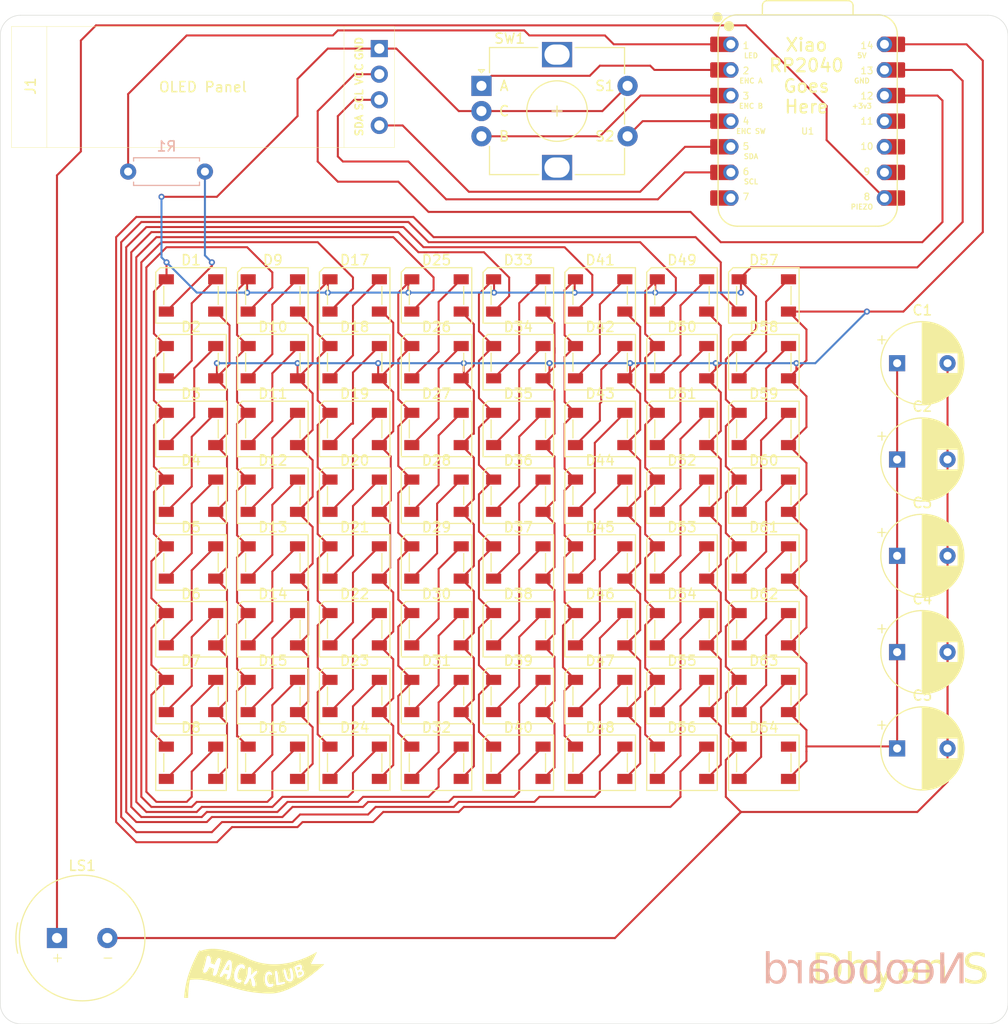
<source format=kicad_pcb>
(kicad_pcb (version 20240108) (generator "pcbnew") (generator_version "8.0")
  (layers (0 "F.Cu" signal) (31 "B.Cu" signal) (34 "B.Paste" user) (35 "F.Paste" user) (36 "B.SilkS" user "B.Silkscreen") (37 "F.SilkS" user "F.Silkscreen") (38 "B.Mask" user) (39 "F.Mask" user) (44 "Edge.Cuts" user))
  (net 0 "")
  (net 1 "+5V")
  (net 2 "GND")
  (net 3 "LED")
  (net 4 "Net-(D1-DOUT)")
  (net 5 "Net-(D2-DOUT)")
  (net 6 "Net-(D3-DOUT)")
  (net 7 "Net-(D4-DOUT)")
  (net 8 "Net-(D5-DOUT)")
  (net 9 "Net-(D6-DOUT)")
  (net 10 "Net-(D7-DOUT)")
  (net 11 "Net-(D8-DOUT)")
  (net 12 "Net-(D10-DIN)")
  (net 13 "Net-(D10-DOUT)")
  (net 14 "Net-(D11-DOUT)")
  (net 15 "Net-(D12-DOUT)")
  (net 16 "Net-(D13-DOUT)")
  (net 17 "Net-(D14-DOUT)")
  (net 18 "Net-(D15-DOUT)")
  (net 19 "Net-(D16-DOUT)")
  (net 20 "Net-(D17-DOUT)")
  (net 21 "Net-(D18-DOUT)")
  (net 22 "Net-(D19-DOUT)")
  (net 23 "Net-(D20-DOUT)")
  (net 24 "Net-(D21-DOUT)")
  (net 25 "Net-(D22-DOUT)")
  (net 26 "Net-(D23-DOUT)")
  (net 27 "Net-(D24-DOUT)")
  (net 28 "Net-(D25-DOUT)")
  (net 29 "Net-(D26-DOUT)")
  (net 30 "Net-(D27-DOUT)")
  (net 31 "Net-(D28-DOUT)")
  (net 32 "Net-(D29-DOUT)")
  (net 33 "Net-(D30-DOUT)")
  (net 34 "Net-(D31-DOUT)")
  (net 35 "Net-(D32-DOUT)")
  (net 36 "Net-(D33-DOUT)")
  (net 37 "Net-(D34-DOUT)")
  (net 38 "Net-(D35-DOUT)")
  (net 39 "Net-(D36-DOUT)")
  (net 40 "Net-(D37-DOUT)")
  (net 41 "Net-(D38-DOUT)")
  (net 42 "Net-(D39-DOUT)")
  (net 43 "Net-(D40-DOUT)")
  (net 44 "Net-(D41-DOUT)")
  (net 45 "Net-(D42-DOUT)")
  (net 46 "Net-(D43-DOUT)")
  (net 47 "Net-(D44-DOUT)")
  (net 48 "Net-(D45-DOUT)")
  (net 49 "Net-(D46-DOUT)")
  (net 50 "Net-(D47-DOUT)")
  (net 51 "Net-(D48-DOUT)")
  (net 52 "Net-(D49-DOUT)")
  (net 53 "Net-(D63-DOUT)")
  (net 54 "Net-(D50-DOUT)")
  (net 55 "Net-(D51-DOUT)")
  (net 56 "Net-(D52-DOUT)")
  (net 57 "Net-(D53-DOUT)")
  (net 58 "Net-(D54-DOUT)")
  (net 59 "Net-(D55-DOUT)")
  (net 60 "Net-(D56-DOUT)")
  (net 61 "Net-(D57-DOUT)")
  (net 62 "Net-(D58-DOUT)")
  (net 63 "Net-(D59-DOUT)")
  (net 64 "Net-(D60-DOUT)")
  (net 65 "Net-(D61-DOUT)")
  (net 66 "Net-(D62-DOUT)")
  (net 68 "PIEZO")
  (net 69 "ENC A")
  (net 70 "ENC SW")
  (net 71 "ENC B")
  (net 72 "+3V3")
  (net 75 "SCL")
  (net 77 "SDA")
  (net 79 "Net-(D1-DIN)")
  (footprint "LED_SMD:LED_SK6812_PLCC4_5.0x5.0mm_P3.2mm" (layer "F.Cu") (at 135.17 110.88)
    (property "Reference" "D22")
    (property "Value" "SK6812")
  )
  (footprint "LED_SMD:LED_SK6812_PLCC4_5.0x5.0mm_P3.2mm" (layer "F.Cu") (at 167.65 124.12)
    (property "Reference" "D56")
    (property "Value" "SK6812")
  )
  (footprint "LED_SMD:LED_SK6812_PLCC4_5.0x5.0mm_P3.2mm" (layer "F.Cu") (at 159.53 104.26)
    (property "Reference" "D45")
    (property "Value" "SK6812")
  )
  (footprint "LED_SMD:LED_SK6812_PLCC4_5.0x5.0mm_P3.2mm" (layer "F.Cu") (at 118.93 97.64)
    (property "Reference" "D4")
    (property "Value" "SK6812")
  )
  (footprint "LED_SMD:LED_SK6812_PLCC4_5.0x5.0mm_P3.2mm" (layer "F.Cu") (at 159.53 117.5)
    (property "Reference" "D47")
    (property "Value" "SK6812")
  )
  (footprint "LED_SMD:LED_SK6812_PLCC4_5.0x5.0mm_P3.2mm" (layer "F.Cu") (at 159.53 91.02)
    (property "Reference" "D43")
    (property "Value" "SK6812")
  )
  (footprint "LED_SMD:LED_SK6812_PLCC4_5.0x5.0mm_P3.2mm" (layer "F.Cu") (at 143.29 84.4)
    (property "Reference" "D26")
    (property "Value" "SK6812")
  )
  (footprint "LED_SMD:LED_SK6812_PLCC4_5.0x5.0mm_P3.2mm" (layer "F.Cu") (at 175.77 104.26)
    (property "Reference" "D61")
    (property "Value" "SK6812")
  )
  (footprint "LED_SMD:LED_SK6812_PLCC4_5.0x5.0mm_P3.2mm" (layer "F.Cu") (at 118.93 77.78)
    (property "Reference" "D1")
    (property "Value" "SK6812")
  )
  (footprint "LED_SMD:LED_SK6812_PLCC4_5.0x5.0mm_P3.2mm" (layer "F.Cu") (at 135.17 97.64)
    (property "Reference" "D20")
    (property "Value" "SK6812")
  )
  (footprint "LED_SMD:LED_SK6812_PLCC4_5.0x5.0mm_P3.2mm" (layer "F.Cu") (at 167.65 77.78)
    (property "Reference" "D49")
    (property "Value" "SK6812")
  )
  (footprint "LED_SMD:LED_SK6812_PLCC4_5.0x5.0mm_P3.2mm" (layer "F.Cu") (at 118.93 104.26)
    (property "Reference" "D5")
    (property "Value" "SK6812")
  )
  (footprint "LED_SMD:LED_SK6812_PLCC4_5.0x5.0mm_P3.2mm" (layer "F.Cu") (at 151.41 77.78)
    (property "Reference" "D33")
    (property "Value" "SK6812")
  )
  (footprint "LED_SMD:LED_SK6812_PLCC4_5.0x5.0mm_P3.2mm" (layer "F.Cu") (at 167.65 117.5)
    (property "Reference" "D55")
    (property "Value" "SK6812")
  )
  (footprint "LED_SMD:LED_SK6812_PLCC4_5.0x5.0mm_P3.2mm" (layer "F.Cu") (at 167.65 97.64)
    (property "Reference" "D52")
    (property "Value" "SK6812")
  )
  (footprint "LED_SMD:LED_SK6812_PLCC4_5.0x5.0mm_P3.2mm" (layer "F.Cu") (at 135.17 117.5)
    (property "Reference" "D23")
    (property "Value" "SK6812")
  )
  (footprint "LED_SMD:LED_SK6812_PLCC4_5.0x5.0mm_P3.2mm" (layer "F.Cu") (at 143.29 124.12)
    (property "Reference" "D32")
    (property "Value" "SK6812")
  )
  (footprint "LED_SMD:LED_SK6812_PLCC4_5.0x5.0mm_P3.2mm" (layer "F.Cu") (at 135.17 84.4)
    (property "Reference" "D18")
    (property "Value" "SK6812")
  )
  (footprint "Rotary_Encoder:XIAO-RP2040-DIP" (layer "F.Cu") (at 180.12 60.5)
    (property "Reference" "U1")
    (property "Value" "XIAO-RP2040-DIP")
  )
  (footprint "LED_SMD:LED_SK6812_PLCC4_5.0x5.0mm_P3.2mm" (layer "F.Cu") (at 167.65 91.02)
    (property "Reference" "D51")
    (property "Value" "SK6812")
  )
  (footprint "LED_SMD:LED_SK6812_PLCC4_5.0x5.0mm_P3.2mm" (layer "F.Cu") (at 151.41 110.88)
    (property "Reference" "D38")
    (property "Value" "SK6812")
  )
  (footprint "LED_SMD:LED_SK6812_PLCC4_5.0x5.0mm_P3.2mm" (layer "F.Cu") (at 159.53 97.64)
    (property "Reference" "D44")
    (property "Value" "SK6812")
  )
  (footprint "OLED:SSD1306-0.91-OLED-4pin-128x32" (layer "F.Cu") (at 101.115 51.115)
    (property "Reference" "J1")
    (property "Value" "Conn_01x04_Pin")
  )
  (footprint "Capacitor_THT:CP_Radial_D8.0mm_P5.00mm" (layer "F.Cu") (at 189 122.7)
    (property "Reference" "C5")
    (property "Value" "C")
  )
  (footprint "LED_SMD:LED_SK6812_PLCC4_5.0x5.0mm_P3.2mm" (layer "F.Cu") (at 143.29 77.78)
    (property "Reference" "D25")
    (property "Value" "SK6812")
  )
  (footprint "LED_SMD:LED_SK6812_PLCC4_5.0x5.0mm_P3.2mm" (layer "F.Cu") (at 175.77 117.5)
    (property "Reference" "D63")
    (property "Value" "SK6812")
  )
  (footprint "LED_SMD:LED_SK6812_PLCC4_5.0x5.0mm_P3.2mm" (layer "F.Cu") (at 151.41 117.5)
    (property "Reference" "D39")
    (property "Value" "SK6812")
  )
  (footprint "LED_SMD:LED_SK6812_PLCC4_5.0x5.0mm_P3.2mm" (layer "F.Cu") (at 175.77 110.88)
    (property "Reference" "D62")
    (property "Value" "SK6812")
  )
  (footprint "LED_SMD:LED_SK6812_PLCC4_5.0x5.0mm_P3.2mm" (layer "F.Cu") (at 167.65 84.4)
    (property "Reference" "D50")
    (property "Value" "SK6812")
  )
  (footprint "LED_SMD:LED_SK6812_PLCC4_5.0x5.0mm_P3.2mm" (layer "F.Cu") (at 167.65 110.88)
    (property "Reference" "D54")
    (property "Value" "SK6812")
  )
  (footprint "LED_SMD:LED_SK6812_PLCC4_5.0x5.0mm_P3.2mm" (layer "F.Cu") (at 175.77 124.12)
    (property "Reference" "D64")
    (property "Value" "SK6812")
  )
  (footprint "LED_SMD:LED_SK6812_PLCC4_5.0x5.0mm_P3.2mm" (layer "F.Cu") (at 159.53 110.88)
    (property "Reference" "D46")
    (property "Value" "SK6812")
  )
  (footprint "LED_SMD:LED_SK6812_PLCC4_5.0x5.0mm_P3.2mm" (layer "F.Cu") (at 175.77 77.78)
    (property "Reference" "D57")
    (property "Value" "SK6812")
  )
  (footprint "LED_SMD:LED_SK6812_PLCC4_5.0x5.0mm_P3.2mm" (layer "F.Cu") (at 159.53 124.12)
    (property "Reference" "D48")
    (property "Value" "SK6812")
  )
  (footprint "LED_SMD:LED_SK6812_PLCC4_5.0x5.0mm_P3.2mm" (layer "F.Cu") (at 151.41 84.4)
    (property "Reference" "D34")
    (property "Value" "SK6812")
  )
  (footprint "LED_SMD:LED_SK6812_PLCC4_5.0x5.0mm_P3.2mm" (layer "F.Cu") (at 175.77 97.64)
    (property "Reference" "D60")
    (property "Value" "SK6812")
  )
  (footprint "LED_SMD:LED_SK6812_PLCC4_5.0x5.0mm_P3.2mm" (layer "F.Cu") (at 135.17 124.12)
    (property "Reference" "D24")
    (property "Value" "SK6812")
  )
  (footprint "LED_SMD:LED_SK6812_PLCC4_5.0x5.0mm_P3.2mm" (layer "F.Cu") (at 135.17 77.78)
    (property "Reference" "D17")
    (property "Value" "SK6812")
  )
  (footprint "LED_SMD:LED_SK6812_PLCC4_5.0x5.0mm_P3.2mm" (layer "F.Cu") (at 175.77 91.02)
    (property "Reference" "D59")
    (property "Value" "SK6812")
  )
  (footprint "LED_SMD:LED_SK6812_PLCC4_5.0x5.0mm_P3.2mm" (layer "F.Cu") (at 135.17 91.02)
    (property "Reference" "D19")
    (property "Value" "SK6812")
  )
  (footprint "LED_SMD:LED_SK6812_PLCC4_5.0x5.0mm_P3.2mm" (layer "F.Cu") (at 151.41 97.64)
    (property "Reference" "D36")
    (property "Value" "SK6812")
  )
  (footprint "LED_SMD:LED_SK6812_PLCC4_5.0x5.0mm_P3.2mm" (layer "F.Cu") (at 127.05 97.64)
    (property "Reference" "D12")
    (property "Value" "SK6812")
  )
  (footprint "LED_SMD:LED_SK6812_PLCC4_5.0x5.0mm_P3.2mm" (layer "F.Cu") (at 118.93 110.88)
    (property "Reference" "D6")
    (property "Value" "SK6812")
  )
  (footprint "LED_SMD:LED_SK6812_PLCC4_5.0x5.0mm_P3.2mm" (layer "F.Cu") (at 118.93 84.4)
    (property "Reference" "D2")
    (property "Value" "SK6812")
  )
  (footprint "Rotary_Encoder:RotaryEncoder_Alps_EC12E-Switch_Vertical_H20mm" (layer "F.Cu") (at 147.75 57)
    (property "Reference" "SW1")
    (property "Value" "RotaryEncoder_Switch")
  )
  (footprint "LED_SMD:LED_SK6812_PLCC4_5.0x5.0mm_P3.2mm" (layer "F.Cu") (at 143.29 97.64)
    (property "Reference" "D28")
    (property "Value" "SK6812")
  )
  (footprint "LED_SMD:LED_SK6812_PLCC4_5.0x5.0mm_P3.2mm" (layer "F.Cu") (at 143.29 91.02)
    (property "Reference" "D27")
    (property "Value" "SK6812")
  )
  (footprint "LED_SMD:LED_SK6812_PLCC4_5.0x5.0mm_P3.2mm" (layer "F.Cu") (at 127.05 84.4)
    (property "Reference" "D10")
    (property "Value" "SK6812")
  )
  (footprint "LED_SMD:LED_SK6812_PLCC4_5.0x5.0mm_P3.2mm" (layer "F.Cu") (at 127.05 110.88)
    (property "Reference" "D14")
    (property "Value" "SK6812")
  )
  (footprint "LED_SMD:LED_SK6812_PLCC4_5.0x5.0mm_P3.2mm" (layer "F.Cu") (at 127.05 124.12)
    (property "Reference" "D16")
    (property "Value" "SK6812")
  )
  (footprint "LED_SMD:LED_SK6812_PLCC4_5.0x5.0mm_P3.2mm" (layer "F.Cu") (at 127.05 117.5)
    (property "Reference" "D15")
    (property "Value" "SK6812")
  )
  (footprint "LED_SMD:LED_SK6812_PLCC4_5.0x5.0mm_P3.2mm" (layer "F.Cu") (at 175.77 84.4)
    (property "Reference" "D58")
    (property "Value" "SK6812")
  )
  (footprint "LED_SMD:LED_SK6812_PLCC4_5.0x5.0mm_P3.2mm" (layer "F.Cu") (at 151.41 124.12)
    (property "Reference" "D40")
    (property "Value" "SK6812")
  )
  (footprint "Capacitor_THT:CP_Radial_D8.0mm_P5.00mm" (layer "F.Cu") (at 189 84.5)
    (property "Reference" "C1")
    (property "Value" "100uF")
  )
  (footprint "LED_SMD:LED_SK6812_PLCC4_5.0x5.0mm_P3.2mm" (layer "F.Cu") (at 151.41 104.26)
    (property "Reference" "D37")
    (property "Value" "SK6812")
  )
  (footprint "LED_SMD:LED_SK6812_PLCC4_5.0x5.0mm_P3.2mm" (layer "F.Cu") (at 127.05 91.02)
    (property "Reference" "D11")
    (property "Value" "SK6812")
  )
  (footprint "LED_SMD:LED_SK6812_PLCC4_5.0x5.0mm_P3.2mm" (layer "F.Cu") (at 151.41 91.02)
    (property "Reference" "D35")
    (property "Value" "SK6812")
  )
  (footprint "Buzzer_Beeper:Buzzer_TDK_PS1240P02BT_D12.2mm_H6.5mm" (layer "F.Cu") (at 105.629216 141.5)
    (property "Reference" "LS1")
    (property "Value" "PS1240P02BT")
  )
  (footprint "LED_SMD:LED_SK6812_PLCC4_5.0x5.0mm_P3.2mm" (layer "F.Cu") (at 143.29 110.88)
    (property "Reference" "D30")
    (property "Value" "SK6812")
  )
  (footprint "LED_SMD:LED_SK6812_PLCC4_5.0x5.0mm_P3.2mm" (layer "F.Cu") (at 118.93 117.5)
    (property "Reference" "D7")
    (property "Value" "SK6812")
  )
  (footprint "LED_SMD:LED_SK6812_PLCC4_5.0x5.0mm_P3.2mm" (layer "F.Cu") (at 118.93 124.12)
    (property "Reference" "D8")
    (property "Value" "SK6812")
  )
  (footprint "LED_SMD:LED_SK6812_PLCC4_5.0x5.0mm_P3.2mm" (layer "F.Cu") (at 127.05 77.78)
    (property "Reference" "D9")
    (property "Value" "SK6812")
  )
  (footprint "LED_SMD:LED_SK6812_PLCC4_5.0x5.0mm_P3.2mm" (layer "F.Cu") (at 127.05 104.26)
    (property "Reference" "D13")
    (property "Value" "SK6812")
  )
  (footprint "LED_SMD:LED_SK6812_PLCC4_5.0x5.0mm_P3.2mm" (layer "F.Cu") (at 143.29 117.5)
    (property "Reference" "D31")
    (property "Value" "SK6812")
  )
  (footprint "LED_SMD:LED_SK6812_PLCC4_5.0x5.0mm_P3.2mm" (layer "F.Cu") (at 159.53 84.4)
    (property "Reference" "D42")
    (property "Value" "SK6812")
  )
  (footprint "Capacitor_THT:CP_Radial_D8.0mm_P5.00mm" (layer "F.Cu") (at 189 94.05)
    (property "Reference" "C2")
    (property "Value" "C")
  )
  (footprint "LED_SMD:LED_SK6812_PLCC4_5.0x5.0mm_P3.2mm" (layer "F.Cu") (at 118.93 91.02)
    (property "Reference" "D3")
    (property "Value" "SK6812")
  )
  (footprint "LED_SMD:LED_SK6812_PLCC4_5.0x5.0mm_P3.2mm" (layer "F.Cu") (at 143.29 104.26)
    (property "Reference" "D29")
    (property "Value" "SK6812")
  )
  (footprint "Capacitor_THT:CP_Radial_D8.0mm_P5.00mm" (layer "F.Cu") (at 189 113.15)
    (property "Reference" "C4")
    (property "Value" "C")
  )
  (footprint "LED_SMD:LED_SK6812_PLCC4_5.0x5.0mm_P3.2mm" (layer "F.Cu") (at 159.53 77.78)
    (property "Reference" "D41")
    (property "Value" "SK6812")
  )
  (footprint "LED_SMD:LED_SK6812_PLCC4_5.0x5.0mm_P3.2mm" (layer "F.Cu") (at 167.65 104.26)
    (property "Reference" "D53")
    (property "Value" "SK6812")
  )
  (footprint "Capacitor_THT:CP_Radial_D8.0mm_P5.00mm" (layer "F.Cu") (at 189 103.6)
    (property "Reference" "C3")
    (property "Value" "C")
  )
  (footprint "LED_SMD:LED_SK6812_PLCC4_5.0x5.0mm_P3.2mm" (layer "F.Cu") (at 135.17 104.26)
    (property "Reference" "D21")
    (property "Value" "SK6812")
  )
  (footprint "Resistor_THT:R_Axial_DIN0207_L6.3mm_D2.5mm_P7.62mm_Horizontal" (layer "B.Cu") (at 112.69 65.5)
    (property "Reference" "R1")
    (property "Value" "R")
  )
  (gr_poly (pts (xy 121.243813 142.568887) (xy 121.545806 142.58796) (xy 121.877866 142.628716) (xy 122.055359 142.658229) (xy 122.240592 142.69437) (xy 122.433642 142.737538) (xy 122.634584 142.788136) (xy 122.843491 142.846567) (xy 123.060439 142.91323) (xy 123.285504 142.98853) (xy 123.518759 143.072866) (xy 123.76028 143.166642) (xy 124.010142 143.270259) (xy 124.26842 143.384119) (xy 124.535188 143.508623) (xy 124.827776 143.639547) (xy 125.120039 143.752292) (xy 125.4115 143.84771) (xy 125.701682 143.926652) (xy 125.990106 143.989969) (xy 126.276297 144.038513) (xy 126.559775 144.073134) (xy 126.840064 144.094684) (xy 127.116686 144.104015) (xy 127.389164 144.101976) (xy 127.65702 144.08942) (xy 127.919776 144.067198) (xy 128.176956 144.036161) (xy 128.428081 143.99716) (xy 128.672675 143.951047) (xy 128.910259 143.898672) (xy 129.36249 143.778544) (xy 129.780954 143.643586) (xy 130.161832 143.500607) (xy 130.501303 143.356417) (xy 130.795547 143.217827) (xy 131.040746 143.091646) (xy 131.368724 142.90375) (xy 131.370518 142.902782) (xy 131.372376 142.902048) (xy 131.374289 142.901537) (xy 131.376245 142.901241) (xy 131.378236 142.901149) (xy 131.380252 142.901253) (xy 131.382282 142.901543) (xy 131.384317 142.902009) (xy 131.386347 142.902643) (xy 131.388362 142.903434) (xy 131.390352 142.904374) (xy 131.392306 142.905452) (xy 131.394216 142.906659) (xy 131.396072 142.907986) (xy 131.397863 142.909424) (xy 131.399579 142.910962) (xy 131.401211 142.912592) (xy 131.402748 142.914303) (xy 131.404181 142.916088) (xy 131.405501 142.917935) (xy 131.406696 142.919836) (xy 131.407757 142.921781) (xy 131.408674 142.92376) (xy 131.409438 142.925765) (xy 131.410038 142.927786) (xy 131.410465 142.929813) (xy 131.410708 142.931837) (xy 131.410757 142.933848) (xy 131.410604 142.935837) (xy 131.410237 142.937795) (xy 131.409647 142.939711) (xy 131.408824 142.941577) (xy 130.840436 144.04797) (xy 130.839657 144.049613) (xy 130.839 144.051271) (xy 130.838462 144.05294) (xy 130.838042 144.054616) (xy 130.837735 144.056293) (xy 130.83754 144.057968) (xy 130.837455 144.059636) (xy 130.837476 144.061294) (xy 130.837601 144.062935) (xy 130.837828 144.064557) (xy 130.838153 144.066155) (xy 130.838575 144.067724) (xy 130.839091 144.069261) (xy 130.839699 144.07076) (xy 130.840395 144.072218) (xy 130.841177 144.073629) (xy 130.842043 144.074991) (xy 130.842989 144.076298) (xy 130.844015 144.077545) (xy 130.845116 144.07873) (xy 130.846291 144.079847) (xy 130.847537 144.080891) (xy 130.848851 144.08186) (xy 130.85023 144.082747) (xy 130.851673 144.083549) (xy 130.853177 144.084262) (xy 130.854738 144.084881) (xy 130.856355 144.085402) (xy 130.858025 144.085821) (xy 130.859746 144.086132) (xy 130.861514 144.086332) (xy 130.863328 144.086417) (xy 131.322537 144.090215) (xy 131.687237 144.0902) (xy 132.103769 144.086727) (xy 132.105983 144.086777) (xy 132.108133 144.086981) (xy 132.110214 144.087333) (xy 132.112224 144.087825) (xy 132.114158 144.08845) (xy 132.116012 144.089202) (xy 132.117784 144.090073) (xy 132.119468 144.091056) (xy 132.121061 144.092145) (xy 132.12256 144.093332) (xy 132.123961 144.09461) (xy 132.125259 144.095973) (xy 132.126451 144.097412) (xy 132.127534 144.098922) (xy 132.128502 144.100495) (xy 132.129354 144.102124) (xy 132.130084 144.103802) (xy 132.13069 144.105522) (xy 132.131166 144.107277) (xy 132.131511 144.10906) (xy 132.131718 144.110864) (xy 132.131786 144.112682) (xy 132.13171 144.114507) (xy 132.131486 144.116332) (xy 132.131111 144.118149) (xy 132.13058 144.119953) (xy 132.12989 144.121735) (xy 132.129038 144.123489) (xy 132.128019 144.125208) (xy 132.126829 144.126885) (xy 132.125465 144.128512) (xy 132.123923 144.130083) (xy 131.874199 144.358574) (xy 131.438735 144.733371) (xy 130.85194 145.199988) (xy 130.512545 145.450703) (xy 130.148221 145.703943) (xy 129.763267 145.952895) (xy 129.361985 146.19075) (xy 128.948676 146.410697) (xy 128.52764 146.605926) (xy 128.103179 146.769626) (xy 127.891009 146.837525) (xy 127.679595 146.894987) (xy 127.469474 146.941162) (xy 127.261186 146.975198) (xy 127.055267 146.996244) (xy 126.852256 147.003448) (xy 126.42994 146.99727) (xy 126.030633 146.979394) (xy 125.652445 146.950805) (xy 125.293489 146.91249) (xy 124.951876 146.865435) (xy 124.625718 146.810625) (xy 124.313126 146.749047) (xy 124.012212 146.681687) (xy 123.721088 146.60953) (xy 123.437865 146.533564) (xy 122.887571 146.374143) (xy 122.346223 146.211314) (xy 121.798714 146.052964) (xy 121.59391 145.997706) (xy 124.180013 145.997706) (xy 124.181294 146.013683) (xy 124.184262 146.028558) (xy 124.188856 146.04225) (xy 124.195015 146.054681) (xy 124.202676 146.06577) (xy 124.211777 146.075437) (xy 124.222258 146.083603) (xy 124.234056 146.090188) (xy 124.247109 146.095112) (xy 124.261357 146.098296) (xy 124.276736 146.099659) (xy 124.293185 146.099123) (xy 124.310643 146.096606) (xy 124.329048 146.09203) (xy 124.348338 146.085315) (xy 124.368451 146.076381) (xy 124.389326 146.065148) (xy 124.410901 146.051536) (xy 124.433113 146.035467) (xy 124.455902 146.016859) (xy 124.479206 145.995633) (xy 124.502962 145.97171) (xy 124.52711 145.94501) (xy 124.551587 145.915452) (xy 124.576332 145.882958) (xy 124.601282 145.847447) (xy 124.61347 145.82893) (xy 124.625698 145.807658) (xy 124.637851 145.784173) (xy 124.649817 145.759023) (xy 124.661481 145.732752) (xy 124.672729 145.705905) (xy 124.693521 145.652665) (xy 124.711281 145.603664) (xy 124.725096 145.563263) (xy 124.737242 145.525709) (xy 124.853411 145.512635) (xy 124.907076 145.759879) (xy 124.948898 145.970221) (xy 124.96619 146.068281) (xy 124.978262 146.150633) (xy 124.981469 146.167699) (xy 124.986333 146.184227) (xy 124.992738 146.200147) (xy 125.00057 146.215388) (xy 125.009714 146.229878) (xy 125.020058 146.243546) (xy 125.031485 146.256322) (xy 125.043883 146.268134) (xy 125.057136 146.278912) (xy 125.07113 146.288584) (xy 125.08575 146.29708) (xy 125.100884 146.304327) (xy 125.116415 146.310257) (xy 125.13223 146.314796) (xy 125.148215 146.317875) (xy 125.164254 146.319422) (xy 125.180235 146.319367) (xy 125.196042 146.317638) (xy 125.211561 146.314164) (xy 125.226678 146.308874) (xy 125.241278 146.301698) (xy 125.255248 146.292564) (xy 125.268472 146.281401) (xy 125.280836 146.268138) (xy 125.292227 146.252705) (xy 125.302529 146.235029) (xy 125.311629 146.215041) (xy 125.319412 146.19267) (xy 125.325763 146.167843) (xy 125.330569 146.14049) (xy 125.333715 146.110541) (xy 125.335087 146.077924) (xy 125.329217 146.029288) (xy 125.320308 145.976533) (xy 125.308283 145.919641) (xy 125.293064 145.858591) (xy 125.274574 145.793364) (xy 125.252737 145.72394) (xy 125.227476 145.6503) (xy 125.198713 145.572425) (xy 125.190869 145.551159) (xy 126.243767 145.551159) (xy 126.244386 145.614437) (xy 126.246559 145.662039) (xy 126.249873 145.708334) (xy 126.25432 145.753295) (xy 126.259891 145.7969) (xy 126.266578 145.839122) (xy 126.274373 145.879938) (xy 126.283267 145.919321) (xy 126.293253 145.957248) (xy 126.304321 145.993694) (xy 126.316464 146.028633) (xy 126.329674 146.06204) (xy 126.343941 146.093892) (xy 126.359259 146.124163) (xy 126.375617 146.152829) (xy 126.393009 146.179863) (xy 126.411426 146.205243) (xy 126.430859 146.228942) (xy 126.451301 146.250936) (xy 126.472743 146.271201) (xy 126.495176 146.28971) (xy 126.518593 146.30644) (xy 126.542985 146.321366) (xy 126.568344 146.334462) (xy 126.594662 146.345705) (xy 126.62193 146.355068) (xy 126.65014 146.362528) (xy 126.679283 146.368059) (xy 126.709352 146.371636) (xy 126.740338 146.373236) (xy 126.772233 146.372832) (xy 126.805029 146.3704) (xy 126.838716 146.365916) (xy 126.871545 146.359811) (xy 126.90183 146.352596) (xy 126.929664 146.344355) (xy 126.955138 146.33517) (xy 126.978344 146.325127) (xy 126.999374 146.314308) (xy 127.01832 146.302799) (xy 127.035273 146.290682) (xy 127.050327 146.278041) (xy 127.063572 146.26496) (xy 127.075101 146.251524) (xy 127.085006 146.237815) (xy 127.093378 146.223918) (xy 127.100309 146.209917) (xy 127.105892 146.195895) (xy 127.110218 146.181936) (xy 127.113379 146.168125) (xy 127.115467 146.154544) (xy 127.116574 146.141278) (xy 127.116791 146.12841) (xy 127.116212 146.116025) (xy 127.114927 146.104206) (xy 127.113029 146.093037) (xy 127.110609 146.082602) (xy 127.10776 146.072985) (xy 127.104573 146.064269) (xy 127.101141 146.056538) (xy 127.097554 146.049877) (xy 127.093906 146.044369) (xy 127.090287 146.040097) (xy 127.086791 146.037147) (xy 127.083508 146.0356) (xy 127.078673 146.034043) (xy 127.074072 146.032088) (xy 127.064614 146.027636) (xy 127.059282 146.025463) (xy 127.053229 146.023543) (xy 127.046218 146.022038) (xy 127.038011 146.021109) (xy 127.028368 146.02092) (xy 127.017052 146.021633) (xy 127.003825 146.02341) (xy 126.988447 146.026414) (xy 126.970682 146.030807) (xy 126.950291 146.036752) (xy 126.927035 146.04441) (xy 126.900676 146.053945) (xy 126.886784 146.058848) (xy 126.873105 146.063031) (xy 126.859635 146.066486) (xy 126.846372 146.069205) (xy 126.833311 146.071181) (xy 126.82045 146.072406) (xy 126.807784 146.072873) (xy 126.795311 146.072574) (xy 126.783027 146.071502) (xy 126.770929 146.069649) (xy 126.759013 146.067008) (xy 126.747276 146.06357) (xy 126.735714 146.05933) (xy 126.724325 146.054278) (xy 126.713103 146.048408) (xy 126.702048 146.041712) (xy 126.691153 146.034182) (xy 126.680418 146.025811) (xy 126.669837 146.016591) (xy 126.659407 146.006515) (xy 126.649126 145.995576) (xy 126.63899 145.983765) (xy 126.628994 145.971075) (xy 126.619137 145.957499) (xy 126.609414 145.943029) (xy 126.599822 145.927658) (xy 126.581018 145.894181) (xy 126.562697 145.857008) (xy 126.544832 145.816079) (xy 126.533536 145.785458) (xy 126.52308 145.75183) (xy 126.513636 145.715602) (xy 126.505375 145.677183) (xy 126.49847 145.636979) (xy 126.493094 145.595398) (xy 126.489418 145.552848) (xy 126.487615 145.509737) (xy 126.487856 145.466471) (xy 126.490315 145.423459) (xy 126.495162 145.381108) (xy 126.502571 145.339826) (xy 126.512714 145.300019) (xy 126.525763 145.262097) (xy 126.53343 145.243969) (xy 126.541889 145.226465) (xy 126.551161 145.209636) (xy 126.561266 145.193533) (xy 126.564406 145.188983) (xy 126.567533 145.184638) (xy 126.570645 145.180492) (xy 126.573741 145.176539) (xy 126.576816 145.172773) (xy 126.579869 145.169189) (xy 126.585899 145.162539) (xy 126.59181 145.156541) (xy 126.597584 145.151149) (xy 126.6032 145.146314) (xy 126.608639 145.141988) (xy 126.613881 145.138125) (xy 126.618908 145.134675) (xy 126.623699 145.131591) (xy 126.628234 145.128827) (xy 126.643431 145.119997) (xy 126.649725 145.116393) (xy 126.656018 145.113241) (xy 126.662298 145.110521) (xy 126.668557 145.108213) (xy 126.674782 145.106297) (xy 126.680963 145.104752) (xy 126.68709 145.10356) (xy 126.693151 145.102698) (xy 126.699136 145.102148) (xy 126.705035 145.10189) (xy 126.710835 145.101902) (xy 126.716527 145.102165) (xy 126.7221 145.102659) (xy 126.727544 145.103363) (xy 126.732846 145.104258) (xy 126.737998 145.105323) (xy 126.742987 145.106539) (xy 126.747803 145.107884) (xy 126.756874 145.110884) (xy 126.765126 145.114163) (xy 126.772471 145.117559) (xy 126.778824 145.120911) (xy 126.784099 145.124058) (xy 126.78821 145.126839) (xy 126.791071 145.129092) (xy 126.808256 145.141019) (xy 126.824563 145.151319) (xy 126.840001 145.16005) (xy 126.85458 145.167267) (xy 126.868307 145.173025) (xy 126.881191 145.177379) (xy 126.893242 145.180386) (xy 126.904466 145.182102) (xy 126.914874 145.18258) (xy 126.924474 145.181879) (xy 126.933274 145.180052) (xy 126.941283 145.177156) (xy 126.94851 145.173246) (xy 126.954964 145.168378) (xy 126.960652 145.162608) (xy 126.965584 145.15599) (xy 126.969768 145.148581) (xy 126.973213 145.140437) (xy 126.975928 145.131613) (xy 126.977921 145.122164) (xy 126.979201 145.112146) (xy 126.979776 145.101615) (xy 126.979656 145.090626) (xy 126.978848 145.079236) (xy 126.977362 145.067499) (xy 126.975205 145.055472) (xy 126.972388 145.043209) (xy 126.968918 145.030767) (xy 126.964804 145.018201) (xy 126.960054 145.005567) (xy 126.954678 144.99292) (xy 126.948683 144.980316) (xy 126.934534 144.961109) (xy 126.920065 144.943023) (xy 126.907117 144.928175) (xy 127.249131 144.928175) (xy 127.250176 144.966279) (xy 127.252541 145.007112) (xy 127.260638 145.095689) (xy 127.272245 145.191353) (xy 127.286185 145.291551) (xy 127.316356 145.495338) (xy 127.330233 145.593822) (xy 127.341735 145.68663) (xy 127.368996 145.944094) (xy 127.374339 145.989679) (xy 127.380252 146.033581) (xy 127.387312 146.078716) (xy 127.396099 146.127998) (xy 127.400512 146.140071) (xy 127.408662 146.1502) (xy 127.420299 146.158484) (xy 127.435172 146.165023) (xy 127.453029 146.169919) (xy 127.47362 146.173272) (xy 127.496693 146.175182) (xy 127.521998 146.175749) (xy 127.578297 146.173258) (xy 127.640511 146.166603) (xy 127.70663 146.156588) (xy 127.774647 146.144015) (xy 127.908341 146.114411) (xy 128.02553 146.084222) (xy 128.110147 146.059874) (xy 128.14613 146.047796) (xy 128.150001 146.045894) (xy 128.155201 146.043921) (xy 128.168905 146.039289) (xy 128.177069 146.036395) (xy 128.185882 146.032959) (xy 128.195172 146.028862) (xy 128.20477 146.023989) (xy 128.214506 146.01822) (xy 128.219372 146.014963) (xy 128.224209 146.011438) (xy 128.228995 146.007631) (xy 128.23371 146.003526) (xy 128.238331 145.99911) (xy 128.242838 145.994366) (xy 128.247209 145.989282) (xy 128.251423 145.983841) (xy 128.255459 145.978029) (xy 128.259295 145.971832) (xy 128.262911 145.965234) (xy 128.266285 145.958222) (xy 128.269395 145.950779) (xy 128.272221 145.942893) (xy 128.274975 145.93508) (xy 128.276656 145.927548) (xy 128.277312 145.920301) (xy 128.276991 145.913342) (xy 128.275742 145.906674) (xy 128.273612 145.900301) (xy 128.270649 145.894226) (xy 128.266902 145.888453) (xy 128.262419 145.882984) (xy 128.257248 145.877824) (xy 128.251437 145.872976) (xy 128.245034 145.868442) (xy 128.238087 145.864227) (xy 128.230644 145.860334) (xy 128.214464 145.853527) (xy 128.196879 145.848047) (xy 128.178273 145.843923) (xy 128.159031 145.841181) (xy 128.139538 145.839848) (xy 128.120179 145.839952) (xy 128.101339 145.841519) (xy 128.083403 145.844577) (xy 128.066755 145.849152) (xy 128.025279 145.861489) (xy 127.968269 145.875854) (xy 127.901568 145.890336) (xy 127.866411 145.897024) (xy 127.831023 145.903025) (xy 127.796135 145.908099) (xy 127.762479 145.912009) (xy 127.730783 145.914514) (xy 127.70178 145.915377) (xy 127.676199 145.914359) (xy 127.66492 145.913069) (xy 127.654771 145.911219) (xy 127.645843 145.90878) (xy 127.638228 145.905721) (xy 127.632016 145.902012) (xy 127.627299 145.897624) (xy 127.620132 145.882531) (xy 127.614216 145.856942) (xy 127.609296 145.821969) (xy 127.605118 145.778723) (xy 127.590718 145.545244) (xy 127.581334 145.407766) (xy 127.567775 145.268317) (xy 127.558791 145.200633) (xy 127.547999 145.135789) (xy 127.535142 145.074899) (xy 127.519966 145.019073) (xy 127.516767 145.000253) (xy 127.513406 144.982179) (xy 127.509888 144.964841) (xy 127.506222 144.948228) (xy 127.502411 144.932331) (xy 127.498464 144.917138) (xy 127.494387 144.902641) (xy 127.490185 144.888828) (xy 127.485865 144.875689) (xy 127.481433 144.863214) (xy 127.476896 144.851393) (xy 127.47226 144.840216) (xy 127.467531 144.829673) (xy 127.462716 144.819752) (xy 127.457821 144.810445) (xy 127.452851 144.80174) (xy 127.447815 144.793628) (xy 127.442717 144.786098) (xy 127.437564 144.77914) (xy 127.432362 144.772744) (xy 127.427119 144.766899) (xy 127.421839 144.761596) (xy 127.416529 144.756825) (xy 127.411197 144.752574) (xy 127.405847 144.748833) (xy 127.400486 144.745594) (xy 127.395121 144.742844) (xy 127.389758 144.740575) (xy 127.384403 144.738775) (xy 127.379063 144.737435) (xy 127.373744 144.736545) (xy 127.368451 144.736093) (xy 127.368451 144.736094) (xy 127.362494 144.7361) (xy 127.356589 144.736642) (xy 127.350745 144.737704) (xy 127.344971 144.739273) (xy 127.339277 144.741333) (xy 127.333672 144.74387) (xy 127.328164 144.746867) (xy 127.322764 144.750312) (xy 127.31748 144.754187) (xy 127.312321 144.75848) (xy 127.302417 144.768255) (xy 127.293124 144.779518) (xy 127.284517 144.79215) (xy 127.276668 144.806031) (xy 127.269651 144.821043) (xy 127.263539 144.837065) (xy 127.258407 144.85398) (xy 127.254326 144.871667) (xy 127.251371 144.890009) (xy 127.249614 144.908884) (xy 127.249131 144.928175) (xy 126.907117 144.928175) (xy 126.905281 144.92607) (xy 126.890187 144.910266) (xy 126.874785 144.895624) (xy 126.85908 144.88216) (xy 126.843075 144.869888) (xy 126.826776 144.858821) (xy 126.810185 144.848974) (xy 126.793306 144.840362) (xy 126.776144 144.832998) (xy 126.758703 144.826898) (xy 126.740986 144.822076) (xy 126.722997 144.818545) (xy 126.70474 144.81632) (xy 126.686219 144.815416) (xy 126.671635 144.815636) (xy 126.656895 144.81667) (xy 126.642002 144.818525) (xy 126.626958 144.821209) (xy 126.611765 144.824727) (xy 126.596423 144.829087) (xy 126.580935 144.834294) (xy 126.565304 144.840357) (xy 126.54953 144.84728) (xy 126.533615 144.855072) (xy 126.517562 144.863738) (xy 126.501372 144.873286) (xy 126.485047 144.883722) (xy 126.468588 144.895052) (xy 126.451998 144.907284) (xy 126.435279 144.920423) (xy 126.412861 144.944433) (xy 126.391567 144.970953) (xy 126.371455 145) (xy 126.352584 145.031588) (xy 126.335013 145.065732) (xy 126.318801 145.102448) (xy 126.304007 145.141752) (xy 126.290689 145.183658) (xy 126.278907 145.228182) (xy 126.26872 145.275339) (xy 126.260187 145.325145) (xy 126.253366 145.377614) (xy 126.248316 145.432763) (xy 126.245097 145.490606) (xy 126.243767 145.551159) (xy 125.190869 145.551159) (xy 125.189591 145.547696) (xy 125.179155 145.521921) (xy 125.165663 145.491771) (xy 125.157972 145.476125) (xy 125.149758 145.46067) (xy 125.141102 145.445833) (xy 125.132086 145.432041) (xy 125.122788 145.419724) (xy 125.118059 145.414252) (xy 125.11329 145.409309) (xy 125.108491 145.404949) (xy 125.103673 145.401224) (xy 125.098845 145.39819) (xy 125.094017 145.395898) (xy 125.151588 145.336989) (xy 125.211332 145.273636) (xy 125.280854 145.196825) (xy 125.352006 145.113411) (xy 125.385649 145.07137) (xy 125.416644 145.030249) (xy 125.443973 144.990905) (xy 125.466619 144.954195) (xy 125.483562 144.920976) (xy 125.489577 144.905943) (xy 125.493785 144.892104) (xy 125.499382 144.865041) (xy 125.502397 144.839469) (xy 125.502659 144.815823) (xy 125.501706 144.80486) (xy 125.5 144.794542) (xy 125.497522 144.784925) (xy 125.49425 144.776063) (xy 125.490162 144.76801) (xy 125.485237 144.760822) (xy 125.479455 144.754553) (xy 125.472793 144.749257) (xy 125.465232 144.744989) (xy 125.456748 144.741804) (xy 125.447322 144.739757) (xy 125.436932 144.738902) (xy 125.425556 144.739293) (xy 125.413174 144.740986) (xy 125.399764 144.744035) (xy 125.385306 144.748495) (xy 125.369777 144.75442) (xy 125.353156 144.761865) (xy 125.335423 144.770884) (xy 125.316556 144.781533) (xy 125.296534 144.793866) (xy 125.275335 144.807937) (xy 125.252939 144.823801) (xy 125.229324 144.841513) (xy 125.204469 144.861128) (xy 125.178353 144.882699) (xy 125.152333 144.904793) (xy 125.127751 144.925944) (xy 125.104567 144.946168) (xy 125.082741 144.965481) (xy 125.062231 144.983898) (xy 125.042999 145.001435) (xy 125.025005 145.018109) (xy 125.008207 145.033934) (xy 124.992566 145.048928) (xy 124.978042 145.063105) (xy 124.964595 145.076482) (xy 124.952184 145.089074) (xy 124.94077 145.100897) (xy 124.930312 145.111968) (xy 124.92077 145.122302) (xy 124.912105 145.131914) (xy 124.897242 145.149038) (xy 124.885401 145.163468) (xy 124.876263 145.17533) (xy 124.869506 145.184751) (xy 124.86481 145.191858) (xy 124.861852 145.196777) (xy 124.859871 145.200561) (xy 124.870368 145.149546) (xy 124.880984 145.092405) (xy 124.892952 145.02007) (xy 124.904602 144.936958) (xy 124.914266 144.847488) (xy 124.917831 144.801751) (xy 124.920272 144.756082) (xy 124.920975 144.727561) (xy 128.095871 144.727561) (xy 128.095956 144.740279) (xy 128.096934 144.753353) (xy 128.104 144.806235) (xy 128.114182 144.861516) (xy 128.128216 144.923025) (xy 128.146843 144.994593) (xy 128.200826 145.183228) (xy 128.282039 145.458064) (xy 128.295317 145.495804) (xy 128.309935 145.530873) (xy 128.325789 145.563365) (xy 128.342771 145.593376) (xy 128.360775 145.620999) (xy 128.379693 145.646329) (xy 128.39942 145.669462) (xy 128.419848 145.690491) (xy 128.44087 145.709511) (xy 128.462381 145.726618) (xy 128.484273 145.741905) (xy 128.50644 145.755467) (xy 128.528775 145.767399) (xy 128.551171 145.777795) (xy 128.573521 145.786751) (xy 128.59572 145.79436) (xy 128.617659 145.800718) (xy 128.639233 145.805919) (xy 128.680858 145.813227) (xy 128.71974 145.817044) (xy 128.755027 145.818125) (xy 128.785864 145.817228) (xy 128.811397 145.81511) (xy 128.843141 145.810239) (xy 128.859253 145.805928) (xy 128.874566 145.800887) (xy 128.889105 145.795146) (xy 128.902896 145.788736) (xy 128.915965 145.781687) (xy 128.928336 145.77403) (xy 128.940035 145.765794) (xy 128.951088 145.75701) (xy 128.96152 145.747709) (xy 128.971357 145.73792) (xy 128.980623 145.727675) (xy 128.989346 145.717002) (xy 129.005258 145.694498) (xy 129.019299 145.67065) (xy 129.03167 145.645702) (xy 129.042577 145.619895) (xy 129.052222 145.593471) (xy 129.060809 145.566674) (xy 129.075626 145.512928) (xy 129.088656 145.460597) (xy 129.094091 145.430896) (xy 129.097196 145.395733) (xy 129.098131 145.355711) (xy 129.097056 145.311434) (xy 129.09413 145.263504) (xy 129.089514 145.212526) (xy 129.075848 145.103833) (xy 129.057337 144.990182) (xy 129.035258 144.876397) (xy 129.01089 144.767303) (xy 128.985511 144.667725) (xy 128.976584 144.644839) (xy 128.967029 144.623249) (xy 128.95691 144.602982) (xy 128.94629 144.584062) (xy 128.935232 144.566516) (xy 128.929559 144.558266) (xy 128.9238 144.550369) (xy 128.917963 144.542828) (xy 128.912056 144.535646) (xy 128.906087 144.528827) (xy 128.900064 144.522373) (xy 128.893995 144.516289) (xy 128.887887 144.510576) (xy 128.881749 144.505239) (xy 128.875588 144.50028) (xy 128.869413 144.495703) (xy 128.863231 144.491511) (xy 128.85705 144.487707) (xy 128.850879 144.484294) (xy 128.844724 144.481275) (xy 128.838595 144.478654) (xy 128.832498 144.476434) (xy 128.826442 144.474618) (xy 128.820434 144.473209) (xy 128.814483 144.472211) (xy 128.808597 144.471626) (xy 128.802783 144.471458) (xy 128.793901 144.472033) (xy 128.785243 144.473635) (xy 128.776839 144.476278) (xy 128.768719 144.479973) (xy 128.760911 144.484732) (xy 128.753447 144.490568) (xy 128.746355 144.497491) (xy 128.739665 144.505514) (xy 128.733407 144.514648) (xy 128.72761 144.524907) (xy 128.722305 144.536301) (xy 128.71752 144.548843) (xy 128.713286 144.562545) (xy 128.709632 144.577418) (xy 128.706588 144.593474) (xy 128.704184 144.610726) (xy 128.704271 144.623126) (xy 128.70512 144.636089) (xy 128.706673 144.649622) (xy 128.708873 144.663728) (xy 128.71498 144.693683) (xy 128.722981 144.725993) (xy 128.742818 144.797843) (xy 128.753733 144.837462) (xy 128.764697 144.879598) (xy 128.780082 144.972542) (xy 128.794696 145.068253) (xy 128.807128 145.163916) (xy 128.812084 145.210851) (xy 128.815965 145.256718) (xy 128.818595 145.301166) (xy 128.819796 145.343843) (xy 128.819392 145.384398) (xy 128.817207 145.422478) (xy 128.813064 145.457733) (xy 128.806787 145.489809) (xy 128.798199 145.518355) (xy 128.792984 145.531195) (xy 128.787124 145.54302) (xy 128.781703 145.550218) (xy 128.775937 145.55686) (xy 128.769848 145.562953) (xy 128.76346 145.5685) (xy 128.756795 145.573505) (xy 128.749875 145.577973) (xy 128.742724 145.581909) (xy 128.735363 145.585317) (xy 128.727816 145.588201) (xy 128.720106 145.590566) (xy 128.712254 145.592416) (xy 128.704284 145.593755) (xy 128.696218 145.594589) (xy 128.688079 145.594921) (xy 128.679889 145.594756) (xy 128.671672 145.594098) (xy 128.663449 145.592952) (xy 128.655244 145.591322) (xy 128.647079 145.589213) (xy 128.638977 145.586629) (xy 128.63096 145.583574) (xy 128.623051 145.580053) (xy 128.615273 145.57607) (xy 128.607649 145.57163) (xy 128.6002 145.566737) (xy 128.59295 145.561396) (xy 128.585921 145.555611) (xy 128.579137 145.549386) (xy 128.572619 145.542726) (xy 128.56639 145.535635) (xy 128.560473 145.528118) (xy 128.554891 145.52018) (xy 128.535517 145.476632) (xy 128.516825 145.42716) (xy 128.498786 145.372771) (xy 128.48137 145.314474) (xy 128.448293 145.190195) (xy 128.417361 145.062395) (xy 128.388339 144.939147) (xy 128.360996 144.828523) (xy 128.34788 144.780468) (xy 128.335097 144.738597) (xy 128.322616 144.703918) (xy 128.310409 144.67744) (xy 128.30229 144.663916) (xy 128.293864 144.651752) (xy 128.285172 144.640916) (xy 128.276253 144.631373) (xy 128.267147 144.623091) (xy 128.257895 144.616035) (xy 128.248536 144.610172) (xy 128.23911 144.60547) (xy 128.229658 144.601893) (xy 128.220219 144.599409) (xy 128.210833 144.597984) (xy 128.201541 144.597584) (xy 128.192383 144.598177) (xy 128.183398 144.599728) (xy 128.174626 144.602205) (xy 128.166107 144.605573) (xy 128.157883 144.609798) (xy 128.149991 144.614849) (xy 128.142473 144.62069) (xy 128.135369 144.627289) (xy 128.128718 144.634611) (xy 128.122561 144.642624) (xy 128.116937 144.651294) (xy 128.111887 144.660588) (xy 128.10745 144.670471) (xy 128.103667 144.68091) (xy 128.100578 144.691873) (xy 128.098222 144.703324) (xy 128.096639 144.715231) (xy 128.095871 144.727561) (xy 124.920975 144.727561) (xy 124.921382 144.711033) (xy 124.920952 144.667157) (xy 124.922141 144.651576) (xy 124.922533 144.636198) (xy 124.922156 144.621042) (xy 124.921041 144.606128) (xy 124.919217 144.591474) (xy 124.916713 144.577101) (xy 124.91356 144.563028) (xy 124.909787 144.549274) (xy 124.905424 144.535859) (xy 124.9005 144.522803) (xy 124.895045 144.510124) (xy 124.889089 144.497842) (xy 124.882661 144.485977) (xy 124.875791 144.474549) (xy 124.868508 144.463576) (xy 124.860843 144.453078) (xy 124.852824 144.443075) (xy 124.844482 144.433586) (xy 124.835846 144.42463) (xy 124.830894 144.419956) (xy 129.180581 144.419956) (xy 129.180694 144.425367) (xy 129.181572 144.436012) (xy 129.183089 144.446442) (xy 129.184967 144.45668) (xy 129.188702 144.476677) (xy 129.324236 144.920302) (xy 129.418135 145.24068) (xy 129.449591 145.357217) (xy 129.458693 145.396036) (xy 129.462329 145.418635) (xy 129.463118 145.422025) (xy 129.464523 145.425199) (xy 129.466524 145.428158) (xy 129.469099 145.430904) (xy 129.472227 145.433439) (xy 129.475887 145.435762) (xy 129.484718 145.439782) (xy 129.495423 145.442973) (xy 129.507833 145.445344) (xy 129.521777 145.446906) (xy 129.537089 145.447667) (xy 129.553597 145.447637) (xy 129.571133 145.446825) (xy 129.589528 145.445242) (xy 129.608613 145.442896) (xy 129.628218 145.439797) (xy 129.648175 145.435955) (xy 129.668313 145.431378) (xy 129.688465 145.426077) (xy 129.746399 145.405483) (xy 129.800811 145.383442) (xy 129.851627 145.360034) (xy 129.875664 145.347842) (xy 129.898774 145.335339) (xy 129.920948 145.322533) (xy 129.942177 145.309435) (xy 129.962452 145.296056) (xy 129.981763 145.282404) (xy 130.000101 145.268491) (xy 130.017457 145.254325) (xy 130.033821 145.239917) (xy 130.049185 145.225277) (xy 130.06354 145.210415) (xy 130.076875 145.195341) (xy 130.089181 145.180064) (xy 130.10045 145.164595) (xy 130.110673 145.148944) (xy 130.119839 145.133121) (xy 130.12794 145.117135) (xy 130.134966 145.100997) (xy 130.140908 145.084717) (xy 130.145758 145.068304) (xy 130.149505 145.051768) (xy 130.15214 145.035121) (xy 130.153655 145.01837) (xy 130.15404 145.001527) (xy 130.153285 144.984602) (xy 130.151382 144.967604) (xy 130.145548 144.934064) (xy 130.138003 144.901651) (xy 130.133607 144.885903) (xy 130.128804 144.870482) (xy 130.123602 144.855402) (xy 130.118007 144.840678) (xy 130.112026 144.826326) (xy 130.105667 144.812359) (xy 130.098936 144.798794) (xy 130.09184 144.785645) (xy 130.084387 144.772928) (xy 130.076582 144.760656) (xy 130.068434 144.748846) (xy 130.059949 144.737512) (xy 130.051134 144.726669) (xy 130.041996 144.716332) (xy 130.032542 144.706516) (xy 130.022779 144.697236) (xy 130.012714 144.688508) (xy 130.002354 144.680345) (xy 129.991706 144.672764) (xy 129.980777 144.665779) (xy 129.969573 144.659405) (xy 129.958103 144.653656) (xy 129.946372 144.648549) (xy 129.934388 144.644098) (xy 129.922158 144.640318) (xy 129.909689 144.637224) (xy 129.896987 144.634831) (xy 129.88406 144.633154) (xy 129.890985 144.618599) (xy 129.898612 144.601537) (xy 129.908099 144.578955) (xy 129.918761 144.551609) (xy 129.929911 144.520251) (xy 129.940863 144.485634) (xy 129.94605 144.46734) (xy 129.95093 144.448514) (xy 129.952749 144.4375) (xy 129.954145 144.426394) (xy 129.955125 144.415217) (xy 129.955699 144.403987) (xy 129.955874 144.392723) (xy 129.955659 144.381445) (xy 129.955061 144.370172) (xy 129.95409 144.358923) (xy 129.951059 144.336576) (xy 129.946632 144.314557) (xy 129.940876 144.293021) (xy 129.933856 144.272122) (xy 129.92564 144.252014) (xy 129.916293 144.232851) (xy 129.905883 144.214788) (xy 129.900299 144.206217) (xy 129.894474 144.197979) (xy 129.888416 144.190092) (xy 129.882133 144.182577) (xy 129.875635 144.175452) (xy 129.868928 144.168738) (xy 129.862022 144.162452) (xy 129.854924 144.156614) (xy 129.847643 144.151245) (xy 129.840187 144.146362) (xy 129.833718 144.144108) (xy 129.827192 144.141998) (xy 129.820609 144.140032) (xy 129.813968 144.13821) (xy 129.807268 144.136531) (xy 129.80051 144.134996) (xy 129.786815 144.132355) (xy 129.77288 144.130286) (xy 129.758702 144.128788) (xy 129.744276 144.12786) (xy 129.729599 144.1275) (xy 129.707106 144.128023) (xy 129.684027 144.129822) (xy 129.660351 144.132894) (xy 129.636064 144.137235) (xy 129.611154 144.142841) (xy 129.585609 144.14971) (xy 129.559416 144.157839) (xy 129.532563 144.167224) (xy 129.505037 144.177861) (xy 129.476825 144.189748) (xy 129.447916 144.202881) (xy 129.418297 144.217258) (xy 129.387955 144.232874) (xy 129.356878 144.249726) (xy 129.325053 144.267812) (xy 129.292469 144.287128) (xy 129.27977 144.294495) (xy 129.268027 144.301739) (xy 129.257207 144.308863) (xy 129.247273 144.315869) (xy 129.238193 144.322761) (xy 129.22993 144.329542) (xy 129.22245 144.336214) (xy 129.215719 144.342782) (xy 129.209702 144.349247) (xy 129.204364 144.355613) (xy 129.199672 144.361883) (xy 129.195589 144.368059) (xy 129.192081 144.374146) (xy 129.189115 144.380145) (xy 129.186654 144.386061) (xy 129.184665 144.391895) (xy 129.183113 144.397651) (xy 129.181964 144.403333) (xy 129.181181 144.408942) (xy 129.180732 144.414482) (xy 129.180581 144.419956) (xy 124.830894 144.419956) (xy 124.826946 144.416228) (xy 124.817811 144.408398) (xy 124.808471 144.40116) (xy 124.798955 144.394534) (xy 124.789295 144.388538) (xy 124.779518 144.383193) (xy 124.769654 144.378518) (xy 124.759734 144.374532) (xy 124.749787 144.371255) (xy 124.739842 144.368706) (xy 124.729929 144.366905) (xy 124.720078 144.365872) (xy 124.710319 144.365625) (xy 124.701551 144.3661) (xy 124.692906 144.367257) (xy 124.684406 144.369109) (xy 124.676072 144.371673) (xy 124.667928 144.374961) (xy 124.659995 144.378989) (xy 124.656115 144.381285) (xy 124.652297 144.383771) (xy 124.648542 144.386449) (xy 124.644854 144.389322) (xy 124.641235 144.39239) (xy 124.637689 144.395655) (xy 124.634218 144.399121) (xy 124.630825 144.402787) (xy 124.627513 144.406656) (xy 124.624284 144.410731) (xy 124.618088 144.419501) (xy 124.612259 144.429112) (xy 124.60682 144.439579) (xy 124.601793 144.450917) (xy 124.5972 144.463139) (xy 124.583191 144.512701) (xy 124.572977 144.562899) (xy 124.565797 144.61404) (xy 124.560895 144.666432) (xy 124.548882 144.894648) (xy 124.543986 144.957901) (xy 124.536816 145.024248) (xy 124.526613 145.093997) (xy 124.51262 145.167455) (xy 124.494077 145.244929) (xy 124.470226 145.326727) (xy 124.440309 145.413155) (xy 124.403568 145.504522) (xy 124.393104 145.52859) (xy 124.381163 145.554618) (xy 124.353936 145.610828) (xy 124.324065 145.6697) (xy 124.293726 145.727781) (xy 124.211228 145.883155) (xy 124.201086 145.904073) (xy 124.193002 145.924366) (xy 124.186915 145.943956) (xy 124.182762 145.962762) (xy 124.180482 145.980706) (xy 124.180013 145.997706) (xy 121.59391 145.997706) (xy 121.285217 145.914418) (xy 120.831569 145.801161) (xy 120.62372 145.754074) (xy 120.42667 145.713378) (xy 120.239031 145.679096) (xy 120.059416 145.65125) (xy 119.886438 145.629865) (xy 119.718709 145.614962) (xy 119.55484 145.606565) (xy 119.393445 145.604696) (xy 119.233135 145.609378) (xy 119.072524 145.620634) (xy 118.910223 145.638488) (xy 118.744844 145.662961) (xy 118.743048 145.6632) (xy 118.741273 145.66332) (xy 118.739523 145.663323) (xy 118.7378 145.663213) (xy 118.736108 145.662995) (xy 118.734451 145.662672) (xy 118.732832 145.662248) (xy 118.731254 145.661726) (xy 118.729721 145.66111) (xy 118.728236 145.660404) (xy 118.726803 145.659611) (xy 118.725425 145.658736) (xy 118.724105 145.657781) (xy 118.722847 145.656751) (xy 118.721654 145.655649) (xy 118.72053 145.654479) (xy 118.719478 145.653245) (xy 118.718501 145.65195) (xy 118.717604 145.650599) (xy 118.716788 145.649194) (xy 118.716059 145.647739) (xy 118.715418 145.646239) (xy 118.71487 145.644696) (xy 118.714418 145.643115) (xy 118.714065 145.641499) (xy 118.713815 145.639853) (xy 118.713672 145.638179) (xy 118.713637 145.636481) (xy 118.713716 145.634763) (xy 118.713912 145.633029) (xy 118.714227 145.631282) (xy 118.714665 145.629527) (xy 118.957915 144.775314) (xy 120.131821 144.775314) (xy 120.133269 144.808629) (xy 120.137694 144.838086) (xy 120.144886 144.863802) (xy 120.154632 144.885895) (xy 120.166722 144.904482) (xy 120.180942 144.919681) (xy 120.197082 144.931609) (xy 120.21493 144.940383) (xy 120.234274 144.946121) (xy 120.254903 144.94894) (xy 120.276606 144.948958) (xy 120.29917 144.946291) (xy 120.322383 144.941058) (xy 120.346035 144.933376) (xy 120.369913 144.923362) (xy 120.393807 144.911133) (xy 120.417504 144.896808) (xy 120.440792 144.880503) (xy 120.463461 144.862335) (xy 120.485298 144.842423) (xy 120.506092 144.820883) (xy 120.525631 144.797833) (xy 120.543703 144.77339) (xy 120.560098 144.747673) (xy 120.574603 144.720797) (xy 120.637616 144.600067) (xy 120.693091 144.491906) (xy 120.747616 144.384125) (xy 121.199216 144.557241) (xy 121.176388 144.681334) (xy 121.152853 144.802537) (xy 121.12568 144.933032) (xy 121.113981 144.972964) (xy 121.10538 145.010041) (xy 121.099721 145.044302) (xy 121.096846 145.075788) (xy 121.0966 145.10454) (xy 121.098826 145.130599) (xy 121.103368 145.154004) (xy 121.110069 145.174797) (xy 121.118772 145.193017) (xy 121.129322 145.208706) (xy 121.141561 145.221903) (xy 121.155333 145.23265) (xy 121.170482 145.240987) (xy 121.186852 145.246955) (xy 121.204284 145.250593) (xy 121.222625 145.251942) (xy 121.241715 145.251044) (xy 121.2614 145.247938) (xy 121.265169 145.246951) (xy 121.772459 145.246951) (xy 121.772542 145.265781) (xy 121.774482 145.283588) (xy 121.778211 145.30023) (xy 121.783662 145.315567) (xy 121.790766 145.329458) (xy 121.799457 145.341764) (xy 121.809665 145.352345) (xy 121.821325 145.361059) (xy 121.834368 145.367767) (xy 121.848727 145.372329) (xy 121.864333 145.374603) (xy 121.88112 145.374451) (xy 121.89902 145.371731) (xy 121.917965 145.366303) (xy 121.937887 145.358028) (xy 121.958719 145.346764) (xy 121.980393 145.332372) (xy 122.002842 145.314711) (xy 122.025998 145.293641) (xy 122.049793 145.269022) (xy 122.07416 145.240713) (xy 122.099031 145.208575) (xy 122.124339 145.172466) (xy 122.150015 145.132247) (xy 122.175993 145.087778) (xy 122.202204 145.038917) (xy 122.559288 145.078811) (xy 122.526949 145.175399) (xy 122.494391 145.276959) (xy 122.457899 145.396983) (xy 122.449176 145.422038) (xy 122.442592 145.445752) (xy 122.438056 145.468113) (xy 122.435475 145.489106) (xy 122.434759 145.508717) (xy 122.435817 145.526934) (xy 122.438556 145.543741) (xy 122.442885 145.559124) (xy 122.448714 145.573071) (xy 122.45595 145.585567) (xy 122.464502 145.596599) (xy 122.474278 145.606152) (xy 122.485188 145.614213) (xy 122.49714 145.620767) (xy 122.510042 145.625802) (xy 122.523803 145.629302) (xy 122.538331 145.631255) (xy 122.553536 145.631647) (xy 122.569325 145.630462) (xy 122.585608 145.627689) (xy 122.602292 145.623312) (xy 122.619287 145.617319) (xy 122.636501 145.609695) (xy 122.653843 145.600425) (xy 122.671221 145.589498) (xy 122.688543 145.576898) (xy 122.705719 145.562612) (xy 122.722657 145.546625) (xy 122.739265 145.528925) (xy 122.755453 145.509497) (xy 122.771128 145.488328) (xy 122.786199 145.465402) (xy 122.797103 145.442175) (xy 122.812091 145.399081) (xy 122.849407 145.266094) (xy 123.201022 145.266094) (xy 123.202167 145.32242) (xy 123.205673 145.380461) (xy 123.211967 145.439414) (xy 123.221475 145.498476) (xy 123.234625 145.556844) (xy 123.251844 145.613715) (xy 123.273559 145.668284) (xy 123.284989 145.693118) (xy 123.297322 145.716406) (xy 123.310486 145.7382) (xy 123.32441 145.75855) (xy 123.33902 145.777508) (xy 123.354245 145.795125) (xy 123.370011 145.811451) (xy 123.386248 145.826539) (xy 123.402881 145.840437) (xy 123.41984 145.853198) (xy 123.437052 145.864873) (xy 123.454444 145.875513) (xy 123.471944 145.885168) (xy 123.48948 145.89389) (xy 123.50698 145.901729) (xy 123.524371 145.908737) (xy 123.558538 145.920463) (xy 123.591401 145.929475) (xy 123.622383 145.936181) (xy 123.650906 145.940989) (xy 123.698258 145.946544) (xy 123.728828 145.949404) (xy 123.757738 145.940001) (xy 123.784206 145.929968) (xy 123.808322 145.919365) (xy 123.830175 145.908252) (xy 123.849854 145.896688) (xy 123.867449 145.884732) (xy 123.883048 145.872444) (xy 123.896741 145.859884) (xy 123.908617 145.847111) (xy 123.918765 145.834185) (xy 123.927274 145.821164) (xy 123.934233 145.80811) (xy 123.939733 145.79508) (xy 123.943861 145.782135) (xy 123.946707 145.769334) (xy 123.94836 145.756737) (xy 123.948909 145.744403) (xy 123.948444 145.732391) (xy 123.947054 145.720762) (xy 123.944828 145.709574) (xy 123.941855 145.698888) (xy 123.938223 145.688762) (xy 123.934024 145.679257) (xy 123.929345 145.670431) (xy 123.924276 145.662345) (xy 123.918905 145.655057) (xy 123.913323 145.648628) (xy 123.907619 145.643117) (xy 123.90188 145.638582) (xy 123.896198 145.635085) (xy 123.89066 145.632684) (xy 123.885356 145.631439) (xy 123.858009 145.630631) (xy 123.828828 145.630189) (xy 123.798322 145.629069) (xy 123.78273 145.627929) (xy 123.766996 145.626228) (xy 123.751183 145.623835) (xy 123.735356 145.620621) (xy 123.719576 145.616454) (xy 123.703908 145.611204) (xy 123.688414 145.604741) (xy 123.680753 145.601013) (xy 123.673159 145.596934) (xy 123.66564 145.592485) (xy 123.658204 145.587652) (xy 123.65086 145.582417) (xy 123.643615 145.576765) (xy 123.631863 145.566471) (xy 123.620982 145.555284) (xy 123.610945 145.543256) (xy 123.601724 145.530438) (xy 123.593294 145.516884) (xy 123.585625 145.502644) (xy 123.578692 145.487772) (xy 123.572467 145.472319) (xy 123.562034 145.439879) (xy 123.554107 145.405741) (xy 123.54847 145.37032) (xy 123.544906 145.334035) (xy 123.543198 145.2973) (xy 123.543129 145.260534) (xy 123.54448 145.224152) (xy 123.547037 145.18857) (xy 123.55058 145.154207) (xy 123.554894 145.121477) (xy 123.564963 145.062585) (xy 123.593676 144.962808) (xy 123.610868 144.907625) (xy 123.629964 144.850537) (xy 123.650974 144.792764) (xy 123.67391 144.735525) (xy 123.698781 144.68004) (xy 123.725598 144.627527) (xy 123.73974 144.602767) (xy 123.754372 144.579207) (xy 123.769496 144.557) (xy 123.785112 144.536298) (xy 123.801224 144.517254) (xy 123.81783 144.500019) (xy 123.834934 144.484748) (xy 123.852536 144.471591) (xy 123.870638 144.460701) (xy 123.88924 144.452231) (xy 123.908345 144.446334) (xy 123.927953 144.443161) (xy 123.948066 144.442864) (xy 123.968685 144.445597) (xy 123.989812 144.451512) (xy 124.011447 144.460761) (xy 124.02446 144.476791) (xy 124.037222 144.491339) (xy 124.049728 144.504456) (xy 124.061971 144.51619) (xy 124.073946 144.526592) (xy 124.085647 144.535712) (xy 124.097069 144.543598) (xy 124.108205 144.550301) (xy 124.119049 144.55587) (xy 124.129597 144.560355) (xy 124.139842 144.563805) (xy 124.149779 144.566271) (xy 124.159401 144.567801) (xy 124.168703 144.568446) (xy 124.17768 144.568255) (xy 124.186324 144.567277) (xy 124.194632 144.565563) (xy 124.202596 144.563161) (xy 124.210212 144.560123) (xy 124.217473 144.556496) (xy 124.224373 144.552332) (xy 124.230907 144.547678) (xy 124.23707 144.542587) (xy 124.242854 144.537106) (xy 124.248255 144.531285) (xy 124.253267 144.525175) (xy 124.257884 144.518824) (xy 124.2621 144.512283) (xy 124.26591 144.5056) (xy 124.269307 144.498827) (xy 124.272287 144.492011) (xy 124.274842 144.485204) (xy 124.278565 144.473252) (xy 124.281535 144.460525) (xy 124.283736 144.447099) (xy 124.285154 144.433053) (xy 124.285774 144.418462) (xy 124.285581 144.403405) (xy 124.28456 144.387958) (xy 124.282697 144.372199) (xy 124.279977 144.356205) (xy 124.276384 144.340054) (xy 124.271905 144.323822) (xy 124.266525 144.307587) (xy 124.260228 144.291427) (xy 124.253 144.275417) (xy 124.244826 144.259636) (xy 124.235691 144.244161) (xy 124.22558 144.22907) (xy 124.21448 144.214438) (xy 124.202374 144.200344) (xy 124.189248 144.186865) (xy 124.175088 144.174079) (xy 124.159878 144.162061) (xy 124.143603 144.15089) (xy 124.12625 144.140643) (xy 124.107803 144.131397) (xy 124.088247 144.12323) (xy 124.067567 144.116218) (xy 124.04575 144.110439) (xy 124.022779 144.10597) (xy 123.99864 144.102888) (xy 123.973319 144.101272) (xy 123.9468 144.101196) (xy 123.939525 144.101448) (xy 123.932166 144.101817) (xy 123.924721 144.102306) (xy 123.91719 144.102916) (xy 123.909572 144.103646) (xy 123.901865 144.104498) (xy 123.894069 144.105472) (xy 123.886183 144.106571) (xy 123.841167 144.109355) (xy 123.798002 144.116837) (xy 123.75666 144.128702) (xy 123.717113 144.144638) (xy 123.679334 144.164329) (xy 123.643295 144.187462) (xy 123.608969 144.213723) (xy 123.576327 144.242799) (xy 123.545343 144.274375) (xy 123.515988 144.308138) (xy 123.488235 144.343773) (xy 123.462056 144.380968) (xy 123.437424 144.419407) (xy 123.414311 144.458778) (xy 123.37253 144.539057) (xy 123.336494 144.619296) (xy 123.30598 144.696982) (xy 123.280767 144.769605) (xy 123.260634 144.834654) (xy 123.234725 144.931987) (xy 123.226482 144.968895) (xy 123.215759 145.038311) (xy 123.20748 145.115442) (xy 123.20181 145.212287) (xy 123.201022 145.266094) (xy 122.849407 145.266094) (xy 122.850709 145.261453) (xy 122.894847 145.068827) (xy 122.937296 144.837512) (xy 122.955634 144.712443) (xy 122.970847 144.583817) (xy 122.982034 144.453674) (xy 122.988293 144.324052) (xy 122.988724 144.19699) (xy 122.982425 144.074526) (xy 122.968495 143.958699) (xy 122.946034 143.851548) (xy 122.937628 143.836021) (xy 122.928946 143.820541) (xy 122.920032 143.805234) (xy 122.910926 143.790226) (xy 122.901672 143.775643) (xy 122.892312 143.76161) (xy 122.882887 143.748254) (xy 122.87344 143.7357) (xy 122.864013 143.724074) (xy 122.854647 143.713503) (xy 122.845386 143.704111) (xy 122.840808 143.699897) (xy 122.836271 143.696025) (xy 122.831781 143.692511) (xy 122.827344 143.689371) (xy 122.822965 143.68662) (xy 122.818648 143.684275) (xy 122.8144 143.68235) (xy 122.810224 143.680862) (xy 122.806128 143.679826) (xy 122.802116 143.679258) (xy 122.797495 143.678798) (xy 122.792831 143.678405) (xy 122.788119 143.678089) (xy 122.783357 143.677863) (xy 122.765092 143.677822) (xy 122.746257 143.67914) (xy 122.726913 143.681988) (xy 122.70712 143.686537) (xy 122.686942 143.692957) (xy 122.666439 143.70142) (xy 122.645672 143.712096) (xy 122.624704 143.725157) (xy 122.603595 143.740773) (xy 122.593008 143.749592) (xy 122.582408 143.759115) (xy 122.571804 143.769362) (xy 122.561203 143.780354) (xy 122.550614 143.792113) (xy 122.540043 143.804661) (xy 122.529498 143.818018) (xy 122.518988 143.832207) (xy 122.508519 143.847248) (xy 122.4981 143.863163) (xy 122.487738 143.879973) (xy 122.477441 143.897699) (xy 122.457072 143.935987) (xy 122.312977 144.210711) (xy 122.135913 144.538892) (xy 121.958843 144.8617) (xy 121.814734 145.120307) (xy 121.802257 145.142339) (xy 121.792043 145.164188) (xy 121.784024 145.185714) (xy 121.778132 145.206776) (xy 121.774299 145.227235) (xy 121.772459 145.246951) (xy 121.265169 145.246951) (xy 121.281523 145.242665) (xy 121.301927 145.235266) (xy 121.322456 145.22578) (xy 121.342953 145.214249) (xy 121.363262 145.200714) (xy 121.383227 145.185213) (xy 121.40269 145.167789) (xy 121.421495 145.148482) (xy 121.439487 145.127331) (xy 121.456508 145.104378) (xy 121.472401 145.079664) (xy 121.487011 145.053228) (xy 121.500181 145.025111) (xy 121.511755 144.995354) (xy 121.683093 144.452348) (xy 121.738121 144.267601) (xy 121.789634 144.083464) (xy 121.833435 143.910044) (xy 121.865325 143.757445) (xy 121.873313 143.735314) (xy 121.878859 143.71341) (xy 121.882076 143.691839) (xy 121.883078 143.670706) (xy 121.881979 143.650117) (xy 121.878893 143.630179) (xy 121.873933 143.610998) (xy 121.867213 143.592678) (xy 121.858846 143.575327) (xy 121.848947 143.55905) (xy 121.837629 143.543952) (xy 121.825007 143.530141) (xy 121.811192 143.517721) (xy 121.796301 143.506799) (xy 121.780445 143.497481) (xy 121.763739 143.489872) (xy 121.746296 143.484079) (xy 121.728231 143.480207) (xy 121.709657 143.478363) (xy 121.690688 143.478652) (xy 121.671437 143.481179) (xy 121.652018 143.486052) (xy 121.632545 143.493376) (xy 121.613132 143.503257) (xy 121.593891 143.515801) (xy 121.574939 143.531113) (xy 121.556386 143.5493) (xy 121.538349 143.570467) (xy 121.520939 143.594721) (xy 121.504272 143.622168) (xy 121.48846 143.652913) (xy 121.473618 143.687062) (xy 121.457756 143.715332) (xy 121.440969 143.746835) (xy 121.405695 143.816749) (xy 121.369946 143.891222) (xy 121.335873 143.964671) (xy 121.281362 144.086171) (xy 121.259367 144.136595) (xy 121.072438 144.065874) (xy 121.003475 144.038811) (xy 120.942988 144.0141) (xy 120.899662 143.994793) (xy 120.887148 143.98812) (xy 120.883653 143.985696) (xy 120.882181 143.983943) (xy 120.88099 143.980211) (xy 120.880132 143.97614) (xy 120.879343 143.967029) (xy 120.879661 143.956708) (xy 120.880934 143.945273) (xy 120.883009 143.932821) (xy 120.885736 143.91945) (xy 120.892531 143.890338) (xy 120.900104 143.858712) (xy 120.907235 143.825349) (xy 120.910255 143.808258) (xy 120.912708 143.791024) (xy 120.914442 143.773744) (xy 120.915306 143.756515) (xy 120.913783 143.723737) (xy 120.911623 143.692216) (xy 120.90885 143.661935) (xy 120.905485 143.63288) (xy 120.901551 143.605035) (xy 120.89707 143.578384) (xy 120.892064 143.552913) (xy 120.886556 143.528606) (xy 120.880568 143.505447) (xy 120.874123 143.483422) (xy 120.867242 143.462515) (xy 120.859949 143.44271) (xy 120.852265 143.423993) (xy 120.844213 143.406348) (xy 120.835816 143.38976) (xy 120.827095 143.374213) (xy 120.818073 143.359692) (xy 120.808773 143.346182) (xy 120.799216 143.333667) (xy 120.789426 143.322133) (xy 120.779423 143.311563) (xy 120.769232 143.301942) (xy 120.758874 143.293256) (xy 120.748371 143.285488) (xy 120.737747 143.278624) (xy 120.727022 143.272648) (xy 120.71622 143.267544) (xy 120.705363 143.263298) (xy 120.694474 143.259894) (xy 120.683574 143.257317) (xy 120.672686 143.255551) (xy 120.661833 143.254581) (xy 120.653429 143.254368) (xy 120.645071 143.254619) (xy 120.636768 143.255328) (xy 120.628532 143.256488) (xy 120.620372 143.258091) (xy 120.612299 143.26013) (xy 120.604323 143.262598) (xy 120.596456 143.265488) (xy 120.588707 143.268793) (xy 120.581088 143.272504) (xy 120.573608 143.276616) (xy 120.566278 143.28112) (xy 120.559108 143.28601) (xy 120.55211 143.291278) (xy 120.545294 143.296918) (xy 120.538669 143.302921) (xy 120.532247 143.309282) (xy 120.526038 143.315991) (xy 120.520053 143.323043) (xy 120.514302 143.33043) (xy 120.508796 143.338145) (xy 120.503544 143.34618) (xy 120.498559 143.354529) (xy 120.493849 143.363184) (xy 120.489426 143.372138) (xy 120.485301 143.381384) (xy 120.481482 143.390914) (xy 120.477983 143.400722) (xy 120.474811 143.410799) (xy 120.471979 143.42114) (xy 120.469497 143.431736) (xy 120.467374 143.44258) (xy 120.434282 143.617772) (xy 120.411955 143.724181) (xy 120.385119 143.842461) (xy 120.353281 143.972109) (xy 120.31595 144.112621) (xy 120.272634 144.263495) (xy 120.222842 144.424226) (xy 120.197519 144.487834) (xy 120.176656 144.546762) (xy 120.160041 144.601127) (xy 120.147461 144.651048) (xy 120.138706 144.696641) (xy 120.133563 144.738024) (xy 120.131821 144.775314) (xy 118.957915 144.775314) (xy 119.060277 144.415854) (xy 119.732122 142.877705) (xy 119.73248 142.876913) (xy 119.732854 142.876142) (xy 119.733244 142.875392) (xy 119.733651 142.874662) (xy 119.734078 142.873952) (xy 119.734524 142.873262) (xy 119.734992 142.872593) (xy 119.735481 142.871942) (xy 119.735995 142.871312) (xy 119.736532 142.8707) (xy 119.737096 142.870108) (xy 119.737686 142.869534) (xy 119.738304 142.868979) (xy 119.738952 142.868442) (xy 119.739629 142.867923) (xy 119.740339 142.867422) (xy 119.780061 142.842764) (xy 119.859582 142.80083) (xy 119.980176 142.748449) (xy 120.056274 142.720476) (xy 120.143117 142.692452) (xy 120.240865 142.665231) (xy 120.349677 142.639667) (xy 120.469713 142.616613) (xy 120.601131 142.596924) (xy 120.744091 142.581453) (xy 120.898752 142.571054) (xy 121.065272 142.566581)) (stroke (width -0.000001)) (fill solid) (layer "F.SilkS"))
  (gr_poly (pts (xy 129.812726 144.832326) (xy 129.824139 144.832959) (xy 129.835376 144.834253) (xy 129.846406 144.836247) (xy 129.851834 144.837518) (xy 129.857198 144.838979) (xy 129.862494 144.840634) (xy 129.867718 144.842489) (xy 129.872866 144.844547) (xy 129.877934 144.846814) (xy 129.882919 144.849295) (xy 129.887815 144.851994) (xy 129.89262 144.854917) (xy 129.897329 144.858067) (xy 129.901938 144.861451) (xy 129.906442 144.865073) (xy 129.910839 144.868937) (xy 129.915124 144.873049) (xy 129.919293 144.877413) (xy 129.923342 144.882034) (xy 129.927267 144.886918) (xy 129.931063 144.892068) (xy 129.934728 144.89749) (xy 129.938257 144.903189) (xy 129.941645 144.909169) (xy 129.944889 144.915435) (xy 129.947986 144.921993) (xy 129.95093 144.928846) (xy 129.95781 144.94883) (xy 129.961897 144.96804) (xy 129.963359 144.98649) (xy 129.962365 145.004193) (xy 129.959085 145.021164) (xy 129.953687 145.037414) (xy 129.946342 145.052958) (xy 129.937218 145.06781) (xy 129.926485 145.081981) (xy 129.914311 145.095487) (xy 129.900867 145.10834) (xy 129.886321 145.120554) (xy 129.870842 145.132142) (xy 129.854601 145.143117) (xy 129.820505 145.163285) (xy 129.785388 145.181164) (xy 129.750603 145.196862) (xy 129.687446 145.222143) (xy 129.641866 145.239988) (xy 129.629053 145.24639) (xy 129.625733 145.249008) (xy 129.624696 145.251255) (xy 129.54744 144.928846) (xy 129.570454 144.914174) (xy 129.596538 144.899074) (xy 129.629955 144.881677) (xy 129.648854 144.872792) (xy 129.668915 144.864143) (xy 129.689916 144.855999) (xy 129.711631 144.848631) (xy 129.733838 144.842309) (xy 129.756313 144.837302) (xy 129.778832 144.833881) (xy 129.801171 144.832315)) (stroke (width -0.000001)) (fill solid) (layer "F.SilkS"))
  (gr_poly (pts (xy 129.665182 144.365643) (xy 129.674866 144.36655) (xy 129.679565 144.367243) (xy 129.684165 144.368102) (xy 129.688665 144.369131) (xy 129.69306 144.370333) (xy 129.69735 144.371715) (xy 129.70153 144.373279) (xy 129.705599 144.37503) (xy 129.709554 144.376972) (xy 129.713392 144.379111) (xy 129.717111 144.381449) (xy 129.720708 144.383992) (xy 129.724181 144.386744) (xy 129.727527 144.389708) (xy 129.730742 144.39289) (xy 129.733826 144.396294) (xy 129.736775 144.399923) (xy 129.739587 144.403783) (xy 129.742258 144.407878) (xy 129.744787 144.412211) (xy 129.747171 144.416788) (xy 129.749407 144.421612) (xy 129.751493 144.426689) (xy 129.753425 144.432021) (xy 129.755202 144.437614) (xy 129.756821 144.443472) (xy 129.75828 144.449599) (xy 129.760516 144.463802) (xy 129.760997 144.477768) (xy 129.759833 144.491481) (xy 129.757136 144.504928) (xy 129.753014 144.518094) (xy 129.74758 144.530967) (xy 129.740943 144.543532) (xy 129.733214 144.555775) (xy 129.724502 144.567682) (xy 129.714919 144.579239) (xy 129.704576 144.590432) (xy 129.693581 144.601248) (xy 129.682047 144.611672) (xy 129.670083 144.62169) (xy 129.645307 144.640454) (xy 129.620137 144.657429) (xy 129.595457 144.672502) (xy 129.57215 144.685562) (xy 129.551099 144.696498) (xy 129.519302 144.71155) (xy 129.507132 144.716766) (xy 129.389672 144.441692) (xy 129.522939 144.393738) (xy 129.555348 144.383387) (xy 129.571173 144.378859) (xy 129.586687 144.374861) (xy 129.601846 144.371465) (xy 129.616605 144.368745) (xy 129.63092 144.366774) (xy 129.644747 144.365625) (xy 129.655136 144.365346)) (stroke (width -0.000001)) (fill solid) (layer "F.SilkS"))
  (gr_poly (pts (xy 122.695078 144.137487) (xy 122.696102 144.137582) (xy 122.697109 144.137732) (xy 122.704116 144.140586) (xy 122.710199 144.146352) (xy 122.715402 144.154833) (xy 122.719773 144.165832) (xy 122.723356 144.179153) (xy 122.726199 144.194597) (xy 122.729848 144.231071) (xy 122.731086 144.273679) (xy 122.730283 144.320845) (xy 122.727807 144.370996) (xy 122.724027 144.422555) (xy 122.714028 144.523598) (xy 122.703235 144.611374) (xy 122.691063 144.696716) (xy 122.339043 144.636616) (xy 122.678867 144.142279) (xy 122.680146 144.141544) (xy 122.681405 144.140872) (xy 122.682646 144.140261) (xy 122.683868 144.139711) (xy 122.68507 144.139223) (xy 122.686255 144.138794) (xy 122.687421 144.138426) (xy 122.688568 144.138117) (xy 122.689698 144.137868) (xy 122.690809 144.137676) (xy 122.691903 144.137543) (xy 122.692979 144.137468) (xy 122.694037 144.137449)) (stroke (width -0.000001)) (fill solid) (layer "F.SilkS"))
  (gr_poly (pts (xy 119.812046 142.724987) (xy 119.81669 142.725283) (xy 119.821478 142.72579) (xy 119.82615 142.72656) (xy 119.830454 142.727628) (xy 119.8344 142.728982) (xy 119.838 142.730606) (xy 119.841263 142.732488) (xy 119.844201 142.734615) (xy 119.846823 142.736971) (xy 119.849142 142.739545) (xy 119.851166 142.742322) (xy 119.852907 142.745289) (xy 119.854375 142.748433) (xy 119.855582 142.751739) (xy 119.856537 142.755194) (xy 119.857251 142.758785) (xy 119.857735 142.762498) (xy 119.857999 142.766319) (xy 119.858054 142.770236) (xy 119.857911 142.774233) (xy 119.85758 142.778299) (xy 119.857071 142.782418) (xy 119.856396 142.786578) (xy 119.855565 142.790766) (xy 119.853477 142.799167) (xy 119.850891 142.807515) (xy 119.847894 142.815699) (xy 119.844569 142.823612) (xy 119.841001 142.831145) (xy 119.747313 143.029002) (xy 119.651874 143.239632) (xy 119.53354 143.511598) (xy 119.399439 143.835054) (xy 119.328702 144.013012) (xy 119.256695 144.20015) (xy 119.18431 144.395236) (xy 119.112437 144.59704) (xy 119.041967 144.80433) (xy 118.97379 145.015875) (xy 118.911447 145.229753) (xy 118.857482 145.44366) (xy 118.811295 145.655799) (xy 118.772283 145.864373) (xy 118.739847 146.067583) (xy 118.713384 146.263631) (xy 118.675978 146.627056) (xy 118.655254 146.940265) (xy 118.646404 147.188878) (xy 118.645095 147.434791) (xy 118.253558 147.434791) (xy 118.255749 147.344065) (xy 118.268185 147.169106) (xy 118.293658 146.921797) (xy 118.334957 146.614019) (xy 118.362414 146.441168) (xy 118.394874 146.257655) (xy 118.432686 146.064967) (xy 118.476199 145.864588) (xy 118.525762 145.658005) (xy 118.581724 145.446701) (xy 118.644433 145.232163) (xy 118.714239 145.015875) (xy 118.868782 144.588419) (xy 119.032866 144.180095) (xy 119.198002 143.801953) (xy 119.355695 143.465045) (xy 119.497455 143.180421) (xy 119.61479 142.959133) (xy 119.699208 142.812232) (xy 119.742217 142.750769) (xy 119.743496 142.749426) (xy 119.745089 142.7479) (xy 119.747312 142.745941) (xy 119.75016 142.743651) (xy 119.753628 142.741132) (xy 119.755594 142.739818) (xy 119.757713 142.738485) (xy 119.759985 142.737146) (xy 119.762409 142.735814) (xy 119.764986 142.7345) (xy 119.767713 142.733219) (xy 119.770592 142.731983) (xy 119.77362 142.730804) (xy 119.776798 142.729695) (xy 119.780126 142.72867) (xy 119.783602 142.72774) (xy 119.787226 142.726919) (xy 119.790997 142.726219) (xy 119.794915 142.725653) (xy 119.79898 142.725235) (xy 119.80319 142.724975) (xy 119.807545 142.724888)) (stroke (width -0.000001)) (fill solid) (layer "F.SilkS"))
  (gr_line (start 200 52) (end 200 148) (stroke (width 0.05)) (layer "Edge.Cuts"))
  (gr_line (start 100 148) (end 100 52) (stroke (width 0.05)) (layer "Edge.Cuts"))
  (gr_arc (start 200 148) (mid 199.414214 149.414214) (end 198 150) (stroke (width 0.05)) (layer "Edge.Cuts"))
  (gr_line (start 102 50) (end 198 50) (stroke (width 0.05)) (layer "Edge.Cuts"))
  (gr_arc (start 198 50) (mid 199.414214 50.585786) (end 200 52) (stroke (width 0.05)) (layer "Edge.Cuts"))
  (gr_arc (start 102 150) (mid 100.585786 149.414214) (end 100 148) (stroke (width 0.05)) (layer "Edge.Cuts"))
  (gr_line (start 198 150) (end 102 150) (stroke (width 0.05)) (layer "Edge.Cuts"))
  (gr_arc (start 100 52) (mid 100.585786 50.585786) (end 102 50) (stroke (width 0.05)) (layer "Edge.Cuts"))
  (gr_text "Neoboard" (at 196 146.5 -0) (layer "B.SilkS") (effects (font (size 3 3) (thickness 0.1)) (justify left bottom mirror)))
  (gr_text "12" (at 186 58 0) (layer "F.SilkS") (effects (font (size 0.666667 0.666667) (thickness 0.1))))
  (gr_text "ENC B" (at 174.5 59 0) (layer "F.SilkS") (effects (font (size 0.5 0.5) (thickness 0.1))))
  (gr_text "11" (at 186 60.5 0) (layer "F.SilkS") (effects (font (size 0.666667 0.666667) (thickness 0.1))))
  (gr_text "Xiao\nRP2040\nGoes\nHere" (at 180 56 0) (layer "F.SilkS") (effects (font (size 1.27 1.27) (thickness 0.2032) (bold yes))))
  (gr_text "S2" (at 160 62 0) (layer "F.SilkS") (effects (font (size 1 1))))
  (gr_text "+3v3" (at 185.5 59 0) (layer "F.SilkS") (effects (font (size 0.5 0.5) (thickness 0.1))))
  (gr_text "2" (at 174 55.5 0) (layer "F.SilkS") (effects (font (size 0.666667 0.666667) (thickness 0.1))))
  (gr_text "ENC A" (at 174.5 56.5 0) (layer "F.SilkS") (effects (font (size 0.5 0.5) (thickness 0.1))))
  (gr_text "S1" (at 160 57 0) (layer "F.SilkS") (effects (font (size 1 1))))
  (gr_text "A" (at 150 57 0) (layer "F.SilkS") (effects (font (size 1 1))))
  (gr_text "4" (at 174 60.5 0) (layer "F.SilkS") (effects (font (size 0.666667 0.666667) (thickness 0.1))))
  (gr_text "13" (at 186 55.5 0) (layer "F.SilkS") (effects (font (size 0.666667 0.666667) (thickness 0.1))))
  (gr_text "-" (at 110 144 0) (layer "F.SilkS") (effects (font (size 1 1) (thickness 0.1)) (justify left bottom)))
  (gr_text "1" (at 174 53 0) (layer "F.SilkS") (effects (font (size 0.666667 0.666667) (thickness 0.1))))
  (gr_text "9" (at 186 65.5 0) (layer "F.SilkS") (effects (font (size 0.666667 0.666667) (thickness 0.1))))
  (gr_text "ENC SW" (at 174.5 61.5 0) (layer "F.SilkS") (effects (font (size 0.5 0.5) (thickness 0.1))))
  (gr_text "+" (at 105 144 0) (layer "F.SilkS") (effects (font (size 1 1) (thickness 0.1)) (justify left bottom)))
  (gr_text "GND" (at 185.5 56.5 0) (layer "F.SilkS") (effects (font (size 0.5 0.5) (thickness 0.1))))
  (gr_text "14" (at 186 53 0) (layer "F.SilkS") (effects (font (size 0.666667 0.666667) (thickness 0.1))))
  (gr_text "PIEZO" (at 185.5 69 0) (layer "F.SilkS") (effects (font (size 0.5 0.5) (thickness 0.1))))
  (gr_text "SCL" (at 174.5 66.5 0) (layer "F.SilkS") (effects (font (size 0.5 0.5) (thickness 0.1))))
  (gr_text "3" (at 174 58 0) (layer "F.SilkS") (effects (font (size 0.666667 0.666667) (thickness 0.1))))
  (gr_text "5" (at 174 63 0) (layer "F.SilkS") (effects (font (size 0.666667 0.666667) (thickness 0.1))))
  (gr_text "6" (at 174 65.5 0) (layer "F.SilkS") (effects (font (size 0.666667 0.666667) (thickness 0.1))))
  (gr_text "7" (at 174 68 0) (layer "F.SilkS") (effects (font (size 0.666667 0.666667) (thickness 0.1))))
  (gr_text "B" (at 150 62 0) (layer "F.SilkS") (effects (font (size 1 1))))
  (gr_text "C" (at 150 59.5 0) (layer "F.SilkS") (effects (font (size 1 1))))
  (gr_text "10" (at 186 63 0) (layer "F.SilkS") (effects (font (size 0.666667 0.666667) (thickness 0.1))))
  (gr_text "Dhyan S" (at 180.5 146.5 0) (layer "F.SilkS") (effects (font (size 3 3) (thickness 0.1)) (justify left bottom)))
  (gr_text "8" (at 186 68 0) (layer "F.SilkS") (effects (font (size 0.666667 0.666667) (thickness 0.1))))
  (gr_text "5V" (at 185.5 54 0) (layer "F.SilkS") (effects (font (size 0.5 0.5) (thickness 0.1))))
  (gr_text "SDA" (at 174.5 64 0) (layer "F.SilkS") (effects (font (size 0.5 0.5) (thickness 0.1))))
  (gr_text "LED" (at 174.5 54 0) (layer "F.SilkS") (effects (font (size 0.5 0.5) (thickness 0.1))))
  (segment (start 171.5 120.5) (end 171.5 124.32) (width 0.2) (layer "F.Cu") (net 1))
  (segment (start 137.62 119.1) (end 139 120.48) (width 0.2) (layer "F.Cu") (net 1))
  (segment (start 161.98 92.62) (end 163.5 91.1) (width 0.2) (layer "F.Cu") (net 1))
  (segment (start 145.74 99.24) (end 147 97.98) (width 0.2) (layer "F.Cu") (net 1))
  (segment (start 171.5 107.26) (end 171.5 111.08) (width 0.2) (layer "F.Cu") (net 1))
  (segment (start 171.5 104.46) (end 170.1 105.86) (width 0.2) (layer "F.Cu") (net 1))
  (segment (start 178.22 125.72) (end 180 123.94) (width 0.2) (layer "F.Cu") (net 1))
  (segment (start 129.5 105.86) (end 130.5 104.86) (width 0.2) (layer "F.Cu") (net 1))
  (segment (start 180 90.84) (end 178.22 92.62) (width 0.2) (layer "F.Cu") (net 1))
  (segment (start 131 104.36) (end 131 100.74) (width 0.2) (layer "F.Cu") (net 1))
  (segment (start 153.86 79.38) (end 155 80.52) (width 0.2) (layer "F.Cu") (net 1))
  (segment (start 155 83) (end 155 84.86) (width 0.2) (layer "F.Cu") (net 1))
  (segment (start 139 117.72) (end 137.62 119.1) (width 0.2) (layer "F.Cu") (net 1))
  (segment (start 171 84.5) (end 171 85.1) (width 0.2) (layer "F.Cu") (net 1))
  (segment (start 129.5 105.86) (end 131 104.36) (width 0.2) (layer "F.Cu") (net 1))
  (segment (start 130.55 113.53) (end 130.55 118.05) (width 0.2) (layer "F.Cu") (net 1))
  (segment (start 147 107.12) (end 145.74 105.86) (width 0.2) (layer "F.Cu") (net 1))
  (segment (start 171.5 87.4) (end 171.5 91.22) (width 0.2) (layer "F.Cu") (net 1))
  (segment (start 121.38 92.62) (end 122.5 91.5) (width 0.2) (layer "F.Cu") (net 1))
  (segment (start 163.5 91.1) (end 163.5 87.52) (width 0.2) (layer "F.Cu") (net 1))
  (segment (start 147 100.5) (end 145.74 99.24) (width 0.2) (layer "F.Cu") (net 1))
  (segment (start 171.5 117.7) (end 170.1 119.1) (width 0.2) (layer "F.Cu") (net 1))
  (segment (start 170.1 112.48) (end 171.5 113.88) (width 0.2) (layer "F.Cu") (net 1))
  (segment (start 163.5 120.62) (end 161.98 119.1) (width 0.2) (layer "F.Cu") (net 1))
  (segment (start 188.8 122.5) (end 189 122.7) (width 0.2) (layer "F.Cu") (net 1))
  (segment (start 145.74 119.1) (end 147 120.36) (width 0.2) (layer "F.Cu") (net 1))
  (segment (start 155 117.96) (end 153.86 119.1) (width 0.2) (layer "F.Cu") (net 1))
  (segment (start 147 93.88) (end 145.74 92.62) (width 0.2) (layer "F.Cu") (net 1))
  (segment (start 131 87.5) (end 129.5 86) (width 0.2) (layer "F.Cu") (net 1))
  (segment (start 147 104.6) (end 147 100.5) (width 0.2) (layer "F.Cu") (net 1))
  (segment (start 137.62 86) (end 139 87.38) (width 0.2) (layer "F.Cu") (net 1))
  (segment (start 121.38 79.38) (end 122.75 80.75) (width 0.2) (layer "F.Cu") (net 1))
  (segment (start 161.98 112.48) (end 163.5 114) (width 0.2) (layer "F.Cu") (net 1))
  (segment (start 129.5 112.48) (end 130.55 113.53) (width 0.2) (layer "F.Cu") (net 1))
  (segment (start 180 97.46) (end 178.22 99.24) (width 0.2) (layer "F.Cu") (net 1))
  (segment (start 163.5 107.38) (end 161.98 105.86) (width 0.2) (layer "F.Cu") (net 1))
  (segment (start 170.1 105.86) (end 171.5 107.26) (width 0.2) (layer "F.Cu") (net 1))
  (segment (start 129.5 119.1) (end 131 120.6) (width 0.2) (layer "F.Cu") (net 1))
  (segment (start 155 104.72) (end 153.86 105.86) (width 0.2) (layer "F.Cu") (net 1))
  (segment (start 130.55 118.05) (end 129.5 119.1) (width 0.2) (layer "F.Cu") (net 1))
  (segment (start 137.62 105.86) (end 138.69 104.79) (width 0.2) (layer "F.Cu") (net 1))
  (segment (start 131 94.12) (end 129.5 92.62) (width 0.2) (layer "F.Cu") (net 1))
  (segment (start 130.55 111.43) (end 130.55 106.91) (width 0.2) (layer "F.Cu") (net 1))
  (segment (start 180 114.26) (end 178.22 112.48) (width 0.2) (layer "F.Cu") (net 1))
  (segment (start 197.5 71.5) (end 197.5 54.5) (width 0.2) (layer "F.Cu") (net 1))
  (segment (start 122.75 80.75) (end 122.75 84.63) (width 0.2) (layer "F.Cu") (net 1))
  (segment (start 187.86 53) (end 187.74 52.88) (width 0.2) (layer "F.Cu") (net 1))
  (segment (start 180 87.78) (end 180 90.84) (width 0.2) (layer "F.Cu") (net 1))
  (segment (start 178.22 86) (end 180 87.78) (width 0.2) (layer "F.Cu") (net 1))
  (segment (start 121.38 99.24) (end 122.5 100.36) (width 0.2) (layer "F.Cu") (net 1))
  (segment (start 189 122.7) (end 189 84.5) (width 0.2) (layer "F.Cu") (net 1))
  (segment (start 145.74 105.86) (end 147 104.6) (width 0.2) (layer "F.Cu") (net 1))
  (segment (start 131 120.6) (end 131 124.22) (width 0.2) (layer "F.Cu") (net 1))
  (segment (start 122.5 87.12) (end 121.38 86) (width 0.2) (layer "F.Cu") (net 1))
  (segment (start 122.5 100.36) (end 122.5 104.74) (width 0.2) (layer "F.Cu") (net 1))
  (segment (start 180 117.32) (end 180 114.26) (width 0.2) (layer "F.Cu") (net 1))
  (segment (start 155 98.1) (end 153.86 99.24) (width 0.2) (layer "F.Cu") (net 1))
  (segment (start 180 81.16) (end 180 84.22) (width 0.2) (layer "F.Cu") (net 1))
  (segment (start 180 84.22) (end 178.22 86) (width 0.2) (layer "F.Cu") (net 1))
  (segment (start 178.22 119.1) (end 180 117.32) (width 0.2) (layer "F.Cu") (net 1))
  (segment (start 161.98 125.72) (end 163.5 124.2) (width 0.2) (layer "F.Cu") (net 1))
  (segment (start 155 91.48) (end 153.86 92.62) (width 0.2) (layer "F.Cu") (net 1))
  (segment (start 180 107.64) (end 180 110.7) (width 0.2) (layer "F.Cu") (net 1))
  (segment (start 171.5 80.78) (end 171.5 84.6) (width 0.2) (layer "F.Cu") (net 1))
  (segment (start 155 100.38) (end 155 104.72) (width 0.2) (layer "F.Cu") (net 1))
  (segment (start 178.22 105.86) (end 180 107.64) (width 0.2) (layer "F.Cu") (net 1))
  (segment (start 163.5 80.9) (end 161.98 79.38) (width 0.2) (layer "F.Cu") (net 1))
  (segment (start 180 104.08) (end 180 101.02) (width 0.2) (layer "F.Cu") (net 1))
  (segment (start 178.22 79.38) (end 180 81.16) (width 0.2) (layer "F.Cu") (net 1))
  (segment (start 139 120.48) (end 139 124.34) (width 0.2) (layer "F.Cu") (net 1))
  (segment (start 178.22 105.86) (end 180 104.08) (width 0.2) (layer "F.Cu") (net 1))
  (segment (start 171.5 94.02) (end 170.1 92.62) (width 0.2) (layer "F.Cu") (net 1))
  (segment (start 179 84.5) (end 179 85.22) (width 0.2) (layer "F.Cu") (net 1))
  (segment (start 163.5 110.96) (end 163.5 107.38) (width 0.2) (layer "F.Cu") (net 1))
  (segment (start 197.5 54.5) (end 195.88 52.88) (width 0.2) (layer "F.Cu") (net 1))
  (segment (start 171.5 111.08) (end 170.1 112.48) (width 0.2) (layer "F.Cu") (net 1))
  (segment (start 139 80.5) (end 139 84.62) (width 0.2) (layer "F.Cu") (net 1))
  (segment (start 145.74 79.38) (end 147 80.64) (width 0.2) (layer "F.Cu") (net 1))
  (segment (start 146 84.5) (end 146 85.74) (width 0.2) (layer "F.Cu") (net 1))
  (segment (start 147 97.98) (end 147 93.88) (width 0.2) (layer "F.Cu") (net 1))
  (segment (start 146 85.74) (end 145.74 86) (width 0.2) (layer "F.Cu") (net 1))
  (segment (start 122.5 124.6) (end 122.5 120.22) (width 0.2) (layer "F.Cu") (net 1))
  (segment (start 171.5 113.88) (end 171.5 117.7) (width 0.2) (layer "F.Cu") (net 1))
  (segment (start 170.1 79.38) (end 171.5 80.78) (width 0.2) (layer "F.Cu") (net 1))
  (segment (start 162.5 84.5) (end 162.5 85.48) (width 0.2) (layer "F.Cu") (net 1))
  (segment (start 121.5 84.5) (end 121.5 85.88) (width 0.2) (layer "F.Cu") (net 1))
  (segment (start 180 123.94) (end 180 123) (width 0.2) (layer "F.Cu") (net 1))
  (segment (start 130.55 106.91) (end 129.5 105.86) (width 0.2) (layer "F.Cu") (net 1))
  (segment (start 163.5 84.48) (end 163.5 80.9) (width 0.2) (layer "F.Cu") (net 1))
  (segment (start 153.86 105.86) (end 155 107) (width 0.2) (layer "F.Cu") (net 1))
  (segment (start 137.62 99.24) (end 138.69 100.31) (width 0.2) (layer "F.Cu") (net 1))
  (segment (start 154.5 85.36) (end 153.86 86) (width 0.2) (layer "F.Cu") (net 1))
  (segment (start 170.1 119.1) (end 171.5 120.5) (width 0.2) (layer "F.Cu") (net 1))
  (segment (start 129.5 99.24) (end 131 97.74) (width 0.2) (layer "F.Cu") (net 1))
  (segment (start 163.5 97.72) (end 163.5 94.14) (width 0.2) (layer "F.Cu") (net 1))
  (segment (start 121.38 99.24) (end 122.5 98.12) (width 0.2) (layer "F.Cu") (net 1))
  (segment (start 147 87.26) (end 145.74 86) (width 0.2) (layer "F.Cu") (net 1))
  (segment (start 137.62 79.38) (end 137.88 79.38) (width 0.2) (layer "F.Cu") (net 1))
  (segment (start 163.5 104.34) (end 161.98 105.86) (width 0.2) (layer "F.Cu") (net 1))
  (segment (start 155 107) (end 155 111.34) (width 0.2) (layer "F.Cu") (net 1))
  (segment (start 122.5 98.12) (end 122.5 93.74) (width 0.2) (layer "F.Cu") (net 1))
  (segment (start 153.86 92.62) (end 155 93.76) (width 0.2) (layer "F.Cu") (net 1))
  (segment (start 153.86 119.1) (end 155 120.24) (width 0.2) (layer "F.Cu") (net 1))
  (segment (start 131 97.74) (end 131 94.12) (width 0.2) (layer "F.Cu") (net 1))
  (segment (start 163.5 100.76) (end 163.5 104.34) (width 0.2) (layer "F.Cu") (net 1))
  (segment (start 131 91.12) (end 131 87.5) (width 0.2) (layer "F.Cu") (net 1))
  (segment (start 137.62 112.48) (end 139 111.1) (width 0.2) (layer "F.Cu") (net 1))
  (segment (start 131 84.5) (end 131 80.88) (width 0.2) (layer "F.Cu") (net 1))
  (segment (start 163.5 114) (end 163.5 117.58) (width 0.2) (layer "F.Cu") (net 1))
  (segment (start 131 124.22) (end 129.5 125.72) (width 0.2) (layer "F.Cu") (net 1))
  (segment (start 163.5 117.58) (end 161.98 119.1) (width 0.2) (layer "F.Cu") (net 1))
  (segment (start 171.5 97.84) (end 171.5 94.02) (width 0.2) (layer "F.Cu") (net 1))
  (segment (start 163.5 124.2) (end 163.5 120.62) (width 0.2) (layer "F.Cu") (net 1))
  (segment (start 153.86 112.48) (end 155 113.62) (width 0.2) (layer "F.Cu") (net 1))
  (segment (start 137.88 79.38) (end 139 80.5) (width 0.2) (layer "F.Cu") (net 1))
  (segment (start 122.5 120.22) (end 121.38 119.1) (width 0.2) (layer "F.Cu") (net 1))
  (segment (start 139 84.62) (end 137.62 86) (width 0.2) (layer "F.Cu") (net 1))
  (segment (start 147 113.74) (end 145.74 112.48) (width 0.2) (layer "F.Cu") (net 1))
  (segment (start 170.1 99.24) (end 171.5 100.64) (width 0.2) (layer "F.Cu") (net 1))
  (segment (start 171.5 84.6) (end 170.1 86) (width 0.2) (layer "F.Cu") (net 1))
  (segment (start 170.1 86) (end 171.5 87.4) (width 0.2) (layer "F.Cu") (net 1))
  (segment (start 122.5 104.74) (end 121.38 105.86) (width 0.2) (layer "F.Cu") (net 1))
  (segment (start 161.98 86) (end 163.5 84.48) (width 0.2) (layer "F.Cu") (net 1))
  (segment (start 180 94.4) (end 178.22 92.62) (width 0.2) (layer "F.Cu") (net 1))
  (segment (start 147 117.84) (end 147 113.74) (width 0.2) (layer "F.Cu") (net 1))
  (segment (start 129.5 112.48) (end 130.55 111.43) (width 0.2) (layer "F.Cu") (net 1))
  (segment (start 147 120.36) (end 147 124.46) (width 0.2) (layer "F.Cu") (net 1))
  (segment (start 171.5 124.32) (end 170.1 125.72) (width 0.2) (layer "F.Cu") (net 1))
  (segment (start 145.74 112.48) (end 147 111.22) (width 0.2) (layer "F.Cu") (net 1))
  (segment (start 161.98 99.24) (end 163.5 97.72) (width 0.2) (layer "F.Cu") (net 1))
  (segment (start 129.5 84.5) (end 129.5 86) (width 0.2) (layer "F.Cu") (net 1))
  (segment (start 180 123) (end 180 122.5) (width 0.2) (layer "F.Cu") (net 1))
  (segment (start 139 124.34) (end 137.62 125.72) (width 0.2) (layer "F.Cu") (net 1))
  (segment (start 137.5 85.88) (end 137.62 86) (width 0.2) (layer "F.Cu") (net 1))
  (segment (start 147 80.64) (end 147 84.74) (width 0.2) (layer "F.Cu") (net 1))
  (segment (start 155 83) (end 155 83.5) (width 0.2) (layer "F.Cu") (net 1))
  (segment (start 180 120.88) (end 178.22 119.1) (width 0.2) (layer "F.Cu") (net 1))
  (segment (start 137.62 92.62) (end 138.75 93.75) (width 0.2) (layer "F.Cu") (net 1))
  (segment (start 153.86 86) (end 155 87.14) (width 0.2) (layer "F.Cu") (net 1))
  (segment (start 147 111.22) (end 147 107.12) (width 0.2) (layer "F.Cu") (net 1))
  (segment (start 155 93.76) (end 155 98.1) (width 0.2) (layer "F.Cu") (net 1))
  (segment (start 186 79.38) (end 178.22 79.38) (width 0.2) (layer "F.Cu") (net 1))
  (segment (start 137.62 112.48) (end 139 113.86) (width 0.2) (layer "F.Cu") (net 1))
  (segment (start 180 110.7) (end 178.22 112.48) (width 0.2) (layer "F.Cu") (net 1))
  (segment (start 121.5 85.88) (end 121.38 86) (width 0.2) (layer "F.Cu") (net 1))
  (segment (start 155 80.52) (end 155 83) (width 0.2) (layer "F.Cu") (net 1))
  (segment (start 121.38 112.48) (end 122.5 111.36) (width 0.2) (layer "F.Cu") (net 1))
  (segment (start 122.5 113.6) (end 122.5 117.98) (width 0.2) (layer "F.Cu") (net 1))
  (segment (start 155 113.62) (end 155 117.96) (width 0.2) (layer "F.Cu") (net 1))
  (segment (start 129.5 92.62) (end 131 91.12) (width 0.2) (layer "F.Cu") (net 1))
  (segment (start 145.74 119.1) (end 147 117.84) (width 0.2) (layer "F.Cu") (net 1))
  (segment (start 147 91.5) (end 147 87.26) (width 0.2) (layer "F.Cu") (net 1))
  (segment (start 131 80.88) (end 129.5 79.38) (width 0.2) (layer "F.Cu") (net 1))
  (segment (start 153.86 99.24) (end 155 100.38) (width 0.2) (layer "F.Cu") (net 1))
  (segment (start 137.62 99.24) (end 138.75 98.11) (width 0.2) (layer "F.Cu") (net 1))
  (segment (start 155 120.24) (end 155 124.58) (width 0.2) (layer "F.Cu") (net 1))
  (segment (start 155 124.58) (end 153.86 125.72) (width 0.2) (layer "F.Cu") (net 1))
  (segment (start 180 97.46) (end 180 94.4) (width 0.2) (layer "F.Cu") (net 1))
  (segment (start 137.5 84.5) (end 137.5 85.88) (width 0.2) (layer "F.Cu") (net 1))
  (segment (start 179 85.22) (end 178.22 86) (width 0.2) (layer "F.Cu") (net 1))
  (segment (start 170.1 99.24) (end 171.5 97.84) (width 0.2) (layer "F.Cu") (net 1))
  (segment (start 195.88 52.88) (end 187.74 52.88) (width 0.2) (layer "F.Cu") (net 1))
  (segment (start 139 91.24) (end 137.62 92.62) (width 0.2) (layer "F.Cu") (net 1))
  (segment (start 138.75 98.11) (end 138.75 93.75) (width 0.2) (layer "F.Cu") (net 1))
  (segment (start 121.38 112.48) (end 122.5 113.6) (width 0.2) (layer "F.Cu") (net 1))
  (segment (start 161.98 112.48) (end 163.5 110.96) (width 0.2) (layer "F.Cu") (net 1))
  (segment (start 121.38 125.72) (end 122.5 124.6) (width 0.2) (layer "F.Cu") (net 1))
  (segment (start 180 122.5) (end 188.8 122.5) (width 0.2) (layer "F.Cu") (net 1))
  (segment (start 122.5 106.98) (end 121.38 105.86) (width 0.2) (layer "F.Cu") (net 1))
  (segment (start 139 111.1) (end 139 107.24) (width 0.2) (layer "F.Cu") (net 1))
  (segment (start 171 85.1) (end 170.1 86) (width 0.2) (layer "F.Cu") (net 1))
  (segment (start 154.5 84.5) (end 154.5 85.36) (width 0.2) (layer "F.Cu") (net 1))
  (segment (start 171.5 91.22) (end 170.1 92.62) (width 0.2) (layer "F.Cu") (net 1))
  (segment (start 155 84.86) (end 153.86 86) (width 0.2) (layer "F.Cu") (net 1))
  (segment (start 163.5 87.52) (end 161.98 86) (width 0.2) (layer "F.Cu") (net 1))
  (segment (start 147 124.46) (end 145.74 125.72) (width 0.2) (layer "F.Cu") (net 1))
  (segment (start 162.5 85.48) (end 161.98 86) (width 0.2) (layer "F.Cu") (net 1))
  (segment (start 139 107.24) (end 137.62 105.86) (width 0.2) (layer "F.Cu") (net 1))
  (segment (start 122.75 84.63) (end 121.38 86) (width 0.2) (layer "F.Cu") (net 1))
  (segment (start 161.98 99.24) (end 163.5 100.76) (width 0.2) (layer "F.Cu") (net 1))
  (segment (start 163.5 94.14) (end 161.98 92.62) (width 0.2) (layer "F.Cu") (net 1))
  (segment (start 139 87.38) (end 139 91.24) (width 0.2) (layer "F.Cu") (net 1))
  (segment (start 146.86 91.5) (end 147 91.5) (width 0.2) (layer "F.Cu") (net 1))
  (segment (start 180 122.5) (end 180 120.88) (width 0.2) (layer "F.Cu") (net 1))
  (segment (start 189.62 79.38) (end 197.5 71.5) (width 0.2) (layer "F.Cu") (net 1))
  (segment (start 155 111.34) (end 153.86 112.48) (width 0.2) (layer "F.Cu") (net 1))
  (segment (start 147 84.74) (end 145.74 86) (width 0.2) (layer "F.Cu") (net 1))
  (segment (start 186 79.38) (end 189.62 79.38) (width 0.2) (layer "F.Cu") (net 1))
  (segment (start 145.74 92.62) (end 146.86 91.5) (width 0.2) (layer "F.Cu") (net 1))
  (segment (start 122.5 91.5) (end 122.5 87.12) (width 0.2) (layer "F.Cu") (net 1))
  (segment (start 131 100.74) (end 129.5 99.24) (width 0.2) (layer "F.Cu") (net 1))
  (segment (start 122.5 117.98) (end 121.38 119.1) (width 0.2) (layer "F.Cu") (net 1))
  (segment (start 155 87.14) (end 155 91.48) (width 0.2) (layer "F.Cu") (net 1))
  (segment (start 122.5 93.74) (end 121.38 92.62) (width 0.2) (layer "F.Cu") (net 1))
  (segment (start 171.5 100.64) (end 171.5 104.46) (width 0.2) (layer "F.Cu") (net 1))
  (segment (start 139 113.86) (end 139 117.72) (width 0.2) (layer "F.Cu") (net 1))
  (segment (start 122.5 111.36) (end 122.5 106.98) (width 0.2) (layer "F.Cu") (net 1))
  (segment (start 138.69 104.79) (end 138.69 100.31) (width 0.2) (layer "F.Cu") (net 1))
  (segment (start 129.5 86) (end 131 84.5) (width 0.2) (layer "F.Cu") (net 1))
  (segment (start 180 101.02) (end 178.22 99.24) (width 0.2) (layer "F.Cu") (net 1))
  (via (at 179 84.5) (size 0.6) (drill 0.3) (layers "F.Cu" "B.Cu") (net 1))
  (via (at 186 79.38) (size 0.6) (drill 0.3) (layers "F.Cu" "B.Cu") (net 1))
  (via (at 129.5 84.5) (size 0.6) (drill 0.3) (layers "F.Cu" "B.Cu") (net 1))
  (via (at 154.5 84.5) (size 0.6) (drill 0.3) (layers "F.Cu" "B.Cu") (net 1))
  (via (at 121.5 84.5) (size 0.6) (drill 0.3) (layers "F.Cu" "B.Cu") (net 1))
  (via (at 171 84.5) (size 0.6) (drill 0.3) (layers "F.Cu" "B.Cu") (net 1))
  (via (at 146 84.5) (size 0.6) (drill 0.3) (layers "F.Cu" "B.Cu") (net 1))
  (via (at 137.5 84.5) (size 0.6) (drill 0.3) (layers "F.Cu" "B.Cu") (net 1))
  (via (at 162.5 84.5) (size 0.6) (drill 0.3) (layers "F.Cu" "B.Cu") (net 1))
  (segment (start 129.5 84.5) (end 121.5 84.5) (width 0.2) (layer "B.Cu") (net 1))
  (segment (start 154.5 84.5) (end 146 84.5) (width 0.2) (layer "B.Cu") (net 1))
  (segment (start 180.88 84.5) (end 179 84.5) (width 0.2) (layer "B.Cu") (net 1))
  (segment (start 179 84.5) (end 178.5 84.5) (width 0.2) (layer "B.Cu") (net 1))
  (segment (start 171 84.5) (end 162.5 84.5) (width 0.2) (layer "B.Cu") (net 1))
  (segment (start 137.5 84.5) (end 129.5 84.5) (width 0.2) (layer "B.Cu") (net 1))
  (segment (start 146 84.5) (end 137.5 84.5) (width 0.2) (layer "B.Cu") (net 1))
  (segment (start 178.5 84.5) (end 171 84.5) (width 0.2) (layer "B.Cu") (net 1))
  (segment (start 186 79.38) (end 180.88 84.5) (width 0.2) (layer "B.Cu") (net 1))
  (segment (start 162.5 84.5) (end 154.5 84.5) (width 0.2) (layer "B.Cu") (net 1))
  (segment (start 124.6 89.42) (end 123.5 90.52) (width 0.2) (layer "F.Cu") (net 2))
  (segment (start 132.72 115.9) (end 131.5 114.68) (width 0.2) (layer "F.Cu") (net 2))
  (segment (start 156 94.96) (end 156 90.5) (width 0.2) (layer "F.Cu") (net 2))
  (segment (start 173.32 109.28) (end 172.5 108.46) (width 0.2) (layer "F.Cu") (net 2))
  (segment (start 116.48 76.18) (end 115.25 77.41) (width 0.2) (layer "F.Cu") (net 2))
  (segment (start 161 141.5) (end 173.5 129) (width 0.2) (layer "F.Cu") (net 2))
  (segment (start 147.75 59.5) (end 159.75 59.5) (width 0.2) (layer "F.Cu") (net 2))
  (segment (start 173.32 96.04) (end 172 94.72) (width 0.2) (layer "F.Cu") (net 2))
  (segment (start 164 88.22) (end 164 84) (width 0.2) (layer "F.Cu") (net 2))
  (segment (start 110.629216 141.5) (end 161 141.5) (width 0.2) (layer "F.Cu") (net 2))
  (segment (start 131.5 121.3) (end 131.5 117.12) (width 0.2) (layer "F.Cu") (net 2))
  (segment (start 172 90.74) (end 173.32 89.42) (width 0.2) (layer "F.Cu") (net 2))
  (segment (start 148.96 96.04) (end 147.5 97.5) (width 0.2) (layer "F.Cu") (net 2))
  (segment (start 147.5 97.5) (end 147.5 101.2) (width 0.2) (layer "F.Cu") (net 2))
  (segment (start 149 76.22) (end 148.96 76.18) (width 0.2) (layer "F.Cu") (net 2))
  (segment (start 140.84 122.52) (end 139.5 121.18) (width 0.2) (layer "F.Cu") (net 2))
  (segment (start 115 107.8) (end 115 104.14) (width 0.2) (layer "F.Cu") (net 2))
  (segment (start 131.5 81.58) (end 132.72 82.8) (width 0.2) (layer "F.Cu") (net 2))
  (segment (start 116.48 76.18) (end 116.5 76.16) (width 0.2) (layer "F.Cu") (net 2))
  (segment (start 157.08 102.66) (end 156 101.58) (width 0.2) (layer "F.Cu") (net 2))
  (segment (start 157.08 109.28) (end 155.84 110.52) (width 0.2) (layer "F.Cu") (net 2))
  (segment (start 164 84) (end 165.2 82.8) (width 0.2) (layer "F.Cu") (net 2))
  (segment (start 173.32 122.52) (end 172 121.2) (width 0.2) (layer "F.Cu") (net 2))
  (segment (start 172 94.72) (end 172 90.74) (width 0.2) (layer "F.Cu") (net 2))
  (segment (start 123.5 117) (end 124.6 115.9) (width 0.2) (layer "F.Cu") (net 2))
  (segment (start 195.5 56.5) (end 195.5 70.5) (width 0.2) (layer "F.Cu") (net 2))
  (segment (start 116.48 122.48) (end 115 121) (width 0.2) (layer "F.Cu") (net 2))
  (segment (start 129.5 56.305) (end 132.5 53.305) (width 0.2) (layer "F.Cu") (net 2))
  (segment (start 132.72 96.04) (end 131.5 94.82) (width 0.2) (layer "F.Cu") (net 2))
  (segment (start 191 129) (end 194 126) (width 0.2) (layer "F.Cu") (net 2))
  (segment (start 156 121.44) (end 156 121) (width 0.2) (layer "F.Cu") (net 2))
  (segment (start 172 107.96) (end 173.32 109.28) (width 0.2) (layer "F.Cu") (net 2))
  (segment (start 132.72 96.04) (end 131.5 97.26) (width 0.2) (layer "F.Cu") (net 2))
  (segment (start 194 122.7) (end 194 113.15) (width 0.2) (layer "F.Cu") (net 2))
  (segment (start 164 94.84) (end 164 90.62) (width 0.2) (layer "F.Cu") (net 2))
  (segment (start 140.84 115.9) (end 140.84 115.84) (width 0.2) (layer "F.Cu") (net 2))
  (segment (start 132.72 89.42) (end 131.5 88.2) (width 0.2) (layer "F.Cu") (net 2))
  (segment (start 156 116.98) (end 157.08 115.9) (width 0.2) (layer "F.Cu") (net 2))
  (segment (start 148.96 76.18) (end 147.5 77.64) (width 0.2) (layer "F.Cu") (net 2))
  (segment (start 148.96 115.9) (end 147.5 117.36) (width 0.2) (layer "F.Cu") (net 2))
  (segment (start 194 126) (end 194 122.7) (width 0.2) (layer "F.Cu") (net 2))
  (segment (start 123.5 94.94) (end 124.6 96.04) (width 0.2) (layer "F.Cu") (net 2))
  (segment (start 137.615 53.305) (end 139.305 53.305) (width 0.2) (layer "F.Cu") (net 2))
  (segment (start 156 88.34) (end 157.08 89.42) (width 0.2) (layer "F.Cu") (net 2))
  (segment (start 147.5 117.36) (end 147.5 121.06) (width 0.2) (layer "F.Cu") (net 2))
  (segment (start 164 77.38) (end 165.2 76.18) (width 0.2) (layer "F.Cu") (net 2))
  (segment (start 116.48 82.8) (end 115.25 84.03) (width 0.2) (layer "F.Cu") (net 2))
  (segment (start 132.72 122.52) (end 131.5 121.3) (width 0.2) (layer "F.Cu") (net 2))
  (segment (start 116.48 96.04) (end 115.25 97.27) (width 0.2) (layer "F.Cu") (net 2))
  (segment (start 147.5 121.06) (end 148.96 122.52) (width 0.2) (layer "F.Cu") (net 2))
  (segment (start 165 77.5) (end 165 76.38) (width 0.2) (layer "F.Cu") (net 2))
  (segment (start 164 103.86) (end 164 108) (width 0.2) (layer "F.Cu") (net 2))
  (segment (start 164 90.62) (end 165.2 89.42) (width 0.2) (layer "F.Cu") (net 2))
  (segment (start 140.84 116.16) (end 140.84 115.9) (width 0.2) (layer "F.Cu") (net 2))
  (segment (start 116.48 109.28) (end 115 107.8) (width 0.2) (layer "F.Cu") (net 2))
  (segment (start 194 84.5) (end 194 122.7) (width 0.2) (layer "F.Cu") (net 2))
  (segment (start 123.5 83.9) (end 123.5 88.32) (width 0.2) (layer "F.Cu") (net 2))
  (segment (start 115 121) (end 115 117.38) (width 0.2) (layer "F.Cu") (net 2))
  (segment (start 116.48 115.9) (end 115 114.42) (width 0.2) (layer "F.Cu") (net 2))
  (segment (start 159.75 59.5) (end 162.25 57) (width 0.2) (layer "F.Cu") (net 2))
  (segment (start 157 76.26) (end 157 77.5) (width 0.2) (layer "F.Cu") (net 2))
  (segment (start 147.5 90.88) (end 147.5 94.58) (width 0.2) (layer "F.Cu") (net 2))
  (segment (start 165.2 109.28) (end 165.2 109.2) (width 0.2) (layer "F.Cu") (net 2))
  (segment (start 164 110.48) (end 165.2 109.28) (width 0.2) (layer "F.Cu") (net 2))
  (segment (start 124.6 122.52) (end 123.58 121.5) (width 0.2) (layer "F.Cu") (net 2))
  (segment (start 164 97.24) (end 165.2 96.04) (width 0.2) (layer "F.Cu") (net 2))
  (segment (start 172 117.22) (end 173.32 115.9) (width 0.2) (layer "F.Cu") (net 2))
  (segment (start 173.32 102.66) (end 172 103.98) (width 0.2) (layer "F.Cu") (net 2))
  (segment (start 139.5 90.76) (end 140.84 89.42) (width 0.2) (layer "F.Cu") (net 2))
  (segment (start 173.32 109.28) (end 172 110.6) (width 0.2) (layer "F.Cu") (net 2))
  (segment (start 173.5 129) (end 171 131.5) (width 0.2) (layer "F.Cu") (net 2))
  (segment (start 115 110.76) (end 116.48 109.28) (width 0.2) (layer "F.Cu") (net 2))
  (segment (start 164 81.6) (end 164 77.38) (width 0.2) (layer "F.Cu") (net 2))
  (segment (start 156 83.88) (end 156 88.34) (width 0.2) (layer "F.Cu") (net 2))
  (segment (start 148.96 102.66) (end 147.5 104.12) (width 0.2) (layer "F.Cu") (net 2))
  (segment (start 165.2 82.8) (end 164 81.6) (width 0.2) (layer "F.Cu") (net 2))
  (segment (start 131.5 77.4) (end 131.5 81.58) (width 0.2) (layer "F.Cu") (net 2))
  (segment (start 139.5 121.18) (end 139.5 117.5) (width 0.2) (layer "F.Cu") (net 2))
  (segment (start 156 90.5) (end 157.08 89.42) (width 0.2) (layer "F.Cu") (net 2))
  (segment (start 165.2 115.9) (end 164 114.7) (width 0.2) (layer "F.Cu") (net 2))
  (segment (start 123.5 90.52) (end 123.5 94.94) (width 0.2) (layer "F.Cu") (net 2))
  (segment (start 164 121.32) (end 164 117.1) (width 0.2) (layer "F.Cu") (net 2))
  (segment (start 123.5 97.14) (end 123.5 101.56) (width 0.2) (layer "F.Cu") (net 2))
  (segment (start 195.5 70.5) (end 191 75) (width 0.2) (layer "F.Cu") (net 2))
  (segment (start 140.5 76.52) (end 140.5 77.5) (width 0.2) (layer "F.Cu") (net 2))
  (segment (start 164 114.7) (end 164 110.48) (width 0.2) (layer "F.Cu") (net 2))
  (segment (start 172 88.1) (end 173.32 89.42) (width 0.2) (layer "F.Cu") (net 2))
  (segment (start 172 103.98) (end 172 107.96) (width 0.2) (layer "F.Cu") (net 2))
  (segment (start 165.2 122.52) (end 164 121.32) (width 0.2) (layer "F.Cu") (net 2))
  (segment (start 139.5 81.46) (end 139.5 77.52) (width 0.2) (layer "F.Cu") (net 2))
  (segment (start 123.5 114.8) (end 123.5 110.38) (width 0.2) (layer "F.Cu") (net 2))
  (segment (start 157.08 96.04) (end 156 94.96) (width 0.2) (layer "F.Cu") (net 2))
  (segment (start 116.48 95.98) (end 116.48 96.04) (width 0.2) (layer "F.Cu") (net 2))
  (segment (start 172 114.58) (end 173.32 115.9) (width 0.2) (layer "F.Cu") (net 2))
  (segment (start 147.5 81.34) (end 148.96 82.8) (width 0.2) (layer "F.Cu") (net 2))
  (segment (start 187.74 55.42) (end 194.42 55.42) (width 0.2) (layer "F.Cu") (net 2))
  (segment (start 145.5 59.5) (end 147.75 59.5) (width 0.2) (layer "F.Cu") (net 2))
  (segment (start 173.5 76.36) (end 173.32 76.18) (width 0.2) (layer "F.Cu") (net 2))
  (segment (start 121.5 68) (end 116 68) (width 0.2) (layer "F.Cu") (net 2))
  (segment (start 124.5 76.28) (end 124.5 77.5) (width 0.2) (layer "F.Cu") (net 2))
  (segment (start 131.5 84.02) (end 132.72 82.8) (width 0.2) (layer "F.Cu") (net 2))
  (segment (start 139.5 88.08) (end 139.5 84.14) (width 0.2) (layer "F.Cu") (net 2))
  (segment (start 147.5 77.64) (end 147.5 81.34) (width 0.2) (layer "F.Cu") (net 2))
  (segment (start 172 101.34) (end 172 97.36) (width 0.2) (layer "F.Cu") (net 2))
  (segment (start 115.25 101.43) (end 116.48 102.66) (width 0.2) (layer "F.Cu") (net 2))
  (segment (start 139.5 104) (end 140.84 102.66) (width 0.2) (layer "F.Cu") (net 2))
  (segment (start 132.72 109.28) (end 131.5 108.06) (width 0.2) (layer "F.Cu") (net 2))
  (segment (start 139.5 117.5) (end 140.84 116.16) (width 0.2) (layer "F.Cu") (net 2))
  (segment (start 148.96 109.28) (end 147.5 110.74) (width 0.2) (layer "F.Cu") (net 2))
  (segment (start 140.84 76.18) (end 140.5 76.52) (width 0.2) (layer "F.Cu") (net 2))
  (segment (start 147.5 110.74) (end 147.5 114.44) (width 0.2) (layer "F.Cu") (net 2))
  (segment (start 173.32 122.52) (end 172 123.84) (width 0.2) (layer "F.Cu") (net 2))
  (segment (start 187.74 55.42) (end 193.42 55.42) (width 0.2) (layer "F.Cu") (net 2))
  (segment (start 139.5 107.94) (end 139.5 104) (width 0.2) (layer "F.Cu") (net 2))
  (segment (start 156 97.12) (end 157.08 96.04) (width 0.2) (layer "F.Cu") (net 2))
  (segment (start 124.6 76.18) (end 124.5 76.28) (width 0.2) (layer "F.Cu") (net 2))
  (segment (start 156 121) (end 156 116.98) (width 0.2) (layer "F.Cu") (net 2))
  (segment (start 132.72 76.18) (end 132.5 76.4) (width 0.2) (layer "F.Cu") (net 2))
  (segment (start 173.5 129) (end 191 129) (width 0.2) (layer "F.Cu") (net 2))
  (segment (start 123.5 77.28) (end 123.5 81.7) (width 0.2) (layer "F.Cu") (net 2))
  (segment (start 116.48 89.42) (end 115.25 90.65) (width 0.2) (layer "F.Cu") (net 2))
  (segment (start 139.5 101.32) (end 139.5 97.38) (width 0.2) (layer "F.Cu") (net 2))
  (segment (start 115 117.38) (end 116.48 115.9) (width 0.2) (layer "F.Cu") (net 2))
  (segment (start 123.5 121.5) (end 123.5 117) (width 0.2) (layer "F.Cu") (net 2))
  (segment (start 131.5 114.68) (end 131.5 110.5) (width 0.2) (layer "F.Cu") (net 2))
  (segment (start 132.5 76.4) (end 132.5 77.5) (width 0.2) (layer "F.Cu") (net 2))
  (segment (start 139.5 94.7) (end 139.5 90.76) (width 0.2) (layer "F.Cu") (net 2))
  (segment (start 124.6 82.8) (end 123.5 83.9) (width 0.2) (layer "F.Cu") (net 2))
  (segment (start 131.5 88.2) (end 131.5 84.02) (width 0.2) (layer "F.Cu") (net 2))
  (segment (start 115.25 94.75) (end 116.48 95.98) (width 0.2) (layer "F.Cu") (net 2))
  (segment (start 115.25 81.57) (end 116.48 82.8) (width 0.2) (layer "F.Cu") (net 2))
  (segment (start 165.2 96.04) (end 164 94.84) (width 0.2) (layer "F.Cu") (net 2))
  (segment (start 156 103.74) (end 157.08 102.66) (width 0.2) (layer "F.Cu") (net 2))
  (segment (start 147.5 114.44) (end 148.96 115.9) (width 0.2) (layer "F.Cu") (net 2))
  (segment (start 140.84 89.42) (end 139.5 88.08) (width 0.2) (layer "F.Cu") (net 2))
  (segment (start 124.6 76.18) (end 123.5 77.28) (width 0.2) (layer "F.Cu") (net 2))
  (segment (start 123.5 103.76) (end 124.6 102.66) (width 0.2) (layer "F.Cu") (net 2))
  (segment (start 115.25 97.27) (end 115.25 101.43) (width 0.2) (layer "F.Cu") (net 2))
  (segment (start 157.08 82.8) (end 156 81.72) (width 0.2) (layer "F.Cu") (net 2))
  (segment (start 157.08 82.8) (end 156 83.88) (width 0.2) (layer "F.Cu") (net 2))
  (segment (start 140.84 115.84) (end 139.5 114.5) (width 0.2) (layer "F.Cu") (net 2))
  (segment (start 115 104.14) (end 116.48 102.66) (width 0.2) (layer "F.Cu") (net 2))
  (segment (start 175 77.86) (end 173.32 76.18) (width 0.2) (layer "F.Cu") (net 2))
  (segment (start 131.5 110.5) (end 132.72 109.28) (width 0.2) (layer "F.Cu") (net 2))
  (segment (start 129.5 60) (end 129.5 56.305) (width 0.2) (layer "F.Cu") (net 2))
  (segment (start 194.42 55.42) (end 195.5 56.5) (width 0.2) (layer "F.Cu") (net 2))
  (segment (start 172 110.6) (end 172 114.58) (width 0.2) (layer "F.Cu") (net 2))
  (segment (start 115.25 90.65) (end 115.25 94.75) (width 0.2) (layer "F.Cu") (net 2))
  (segment (start 140.84 96.04) (end 139.5 94.7) (width 0.2) (layer "F.Cu") (net 2))
  (segment (start 156 101.58) (end 156 97.12) (width 0.2) (layer "F.Cu") (net 2))
  (segment (start 131.5 101.44) (end 132.72 102.66) (width 0.2) (layer "F.Cu") (net 2))
  (segment (start 139.5 77.52) (end 140.84 76.18) (width 0.2) (layer "F.Cu") (net 2))
  (segment (start 131.5 90.64) (end 132.72 89.42) (width 0.2) (layer "F.Cu") (net 2))
  (segment (start 115 114.42) (end 115 110.76) (width 0.2) (layer "F.Cu") (net 2))
  (segment (start 131.5 108.06) (end 131.5 103.88) (width 0.2) (layer "F.Cu") (net 2))
  (segment (start 131.5 97.26) (end 131.5 101.44) (width 0.2) (layer "F.Cu") (net 2))
  (segment (start 116.48 122.52) (end 116.48 122.48) (width 0.2) (layer "F.Cu") (net 2))
  (segment (start 147.5 84.26) (end 147.5 87.96) (width 0.2) (layer "F.Cu") (net 2))
  (segment (start 123.5 81.7) (end 124.6 82.8) (width 0.2) (layer "F.Cu") (net 2))
  (segment (start 132.72 76.18) (end 131.5 77.4) (width 0.2) (layer "F.Cu") (net 2))
  (segment (start 131.5 94.82) (end 131.5 90.64) (width 0.2) (layer "F.Cu") (net 2))
  (segment (start 172 127.5) (end 173.5 129) (width 0.2) (layer "F.Cu") (net 2))
  (segment (start 139.305 53.305) (end 145.5 59.5) (width 0.2) (layer "F.Cu") (net 2))
  (segment (start 172 121.2) (end 172 117.22) (width 0.2) (layer "F.Cu") (net 2))
  (segment (start 164 117.1) (end 165.2 115.9) (width 0.2) (layer "F.Cu") (net 2))
  (segment (start 191 75) (end 174.5 75) (width 0.2) (layer "F.Cu") (net 2))
  (segment (start 165.2 109.2) (end 164 108) (width 0.2) (layer "F.Cu") (net 2))
  (segment (start 165.2 102.66) (end 164 103.86) (width 0.2) (layer "F.Cu") (net 2))
  (segment (start 165.2 89.42) (end 164 88.22) (width 0.2) (layer "F.Cu") (net 2))
  (segment (start 148.96 89.42) (end 147.5 90.88) (width 0.2) (layer "F.Cu") (net 2))
  (segment (start 173.32 82.8) (end 175 81.12) (width 0.2) (layer "F.Cu") (net 2))
  (segment (start 172 97.36) (end 173.32 96.04) (width 0.2) (layer "F.Cu") (net 2))
  (segment (start 149 77.5) (end 149 76.22) (width 0.2) (layer "F.Cu") (net 2))
  (segment (start 165.2 102.66) (end 164 101.46) (width 0.2) (layer "F.Cu") (net 2))
  (segment (start 175 81.12) (end 175 77.86) (width 0.2) (layer "F.Cu") (net 2))
  (segment (start 174.5 75) (end 173.32 76.18) (width 0.2) (layer "F.Cu") (net 2))
  (segment (start 140.84 102.66) (end 139.5 101.32) (width 0.2) (layer "F.Cu") (net 2))
  (segment (start 137.615 53.305) (end 132.5 53.305) (width 0.2) (layer "F.Cu") (net 2))
  (segment (start 140.84 82.8) (end 139.5 81.46) (width 0.2) (layer "F.Cu") (net 2))
  (segment (start 123.58 121.5) (end 123.5 121.5) (width 0.2) (layer "F.Cu") (net 2))
  (segment (start 147.5 87.96) (end 148.96 89.42) (width 0.2) (layer "F.Cu") (net 2))
  (segment (start 131.5 117.12) (end 132.72 115.9) (width 0.2) (layer "F.Cu") (net 2))
  (segment (start 172 84.12) (end 172 88.1) (width 0.2) (layer "F.Cu") (net 2))
  (segment (start 123.5 110.38) (end 124.6 109.28) (width 0.2) (layer "F.Cu") (net 2))
  (segment (start 157.08 122.52) (end 156 121.44) (width 0.2) (layer "F.Cu") (net 2))
  (segment (start 124.6 109.28) (end 123.5 108.18) (width 0.2) (layer "F.Cu") (net 2))
  (segment (start 173.32 82.8) (end 172 84.12) (width 0.2) (layer "F.Cu") (net 2))
  (segment (start 164 101.46) (end 164 97.24) (width 0.2) (layer "F.Cu") (net 2))
  (segment (start 124.6 115.9) (end 123.5 114.8) (width 0.2) (layer "F.Cu") (net 2))
  (segment (start 147.5 107.82) (end 148.96 109.28) (width 0.2) (layer "F.Cu") (net 2))
  (segment (start 124.6 96.04) (end 123.5 97.14) (width 0.2) (layer "F.Cu") (net 2))
  (segment (start 139.5 110.62) (end 140.84 109.28) (width 0.2) (layer "F.Cu") (net 2))
  (segment (start 147.5 104.12) (end 147.5 107.82) (width 0.2) (layer "F.Cu") (net 2))
  (segment (start 165 76.38) (end 165.2 76.18) (width 0.2) (layer "F.Cu") (net 2))
  (segment (start 156 108.2) (end 156 103.74) (width 0.2) (layer "F.Cu") (net 2))
  (segment (start 157.08 109.28) (end 156 108.2) (width 0.2) (layer "F.Cu") (net 2))
  (segment (start 116.5 76.16) (end 116.5 74.5) (width 0.2) (layer "F.Cu") (net 2))
  (segment (start 173.32 102.66) (end 172 101.34) (width 0.2) (layer "F.Cu") (net 2))
  (segment (start 131.5 103.88) (end 132.72 102.66) (width 0.2) (layer "F.Cu") (net 2))
  (segment (start 148.96 82.8) (end 147.5 84.26) (width 0.2) (layer "F.Cu") (net 2))
  (segment (start 129.5 60) (end 121.5 68) (width 0.2) (layer "F.Cu") (net 2))
  (segment (start 140.84 109.28) (end 139.5 107.94) (width 0.2) (layer "F.Cu") (net 2))
  (segment (start 156 81.72) (end 156 77.26) (width 0.2) (layer "F.Cu") (net 2))
  (segment (start 123.5 101.56) (end 124.6 102.66) (width 0.2) (layer "F.Cu") (net 2))
  (segment (start 156 77.26) (end 157.08 76.18) (width 0.2) (layer "F.Cu") (net 2))
  (segment (start 139.5 97.38) (end 140.84 96.04) (width 0.2) (layer "F.Cu") (net 2))
  (segment (start 123.5 108.18) (end 123.5 103.76) (width 0.2) (layer "F.Cu") (net 2))
  (segment (start 157.08 115.9) (end 155.84 114.66) (width 0.2) (layer "F.Cu") (net 2))
  (segment (start 123.5 88.32) (end 124.6 89.42) (width 0.2) (layer "F.Cu") (net 2))
  (segment (start 155.84 110.52) (end 155.84 114.66) (width 0.2) (layer "F.Cu") (net 2))
  (segment (start 139.5 114.5) (end 139.5 110.62) (width 0.2) (layer "F.Cu") (net 2))
  (segment (start 147.5 101.2) (end 148.96 102.66) (width 0.2) (layer "F.Cu") (net 2))
  (segment (start 139.5 84.14) (end 140.84 82.8) (width 0.2) (layer "F.Cu") (net 2))
  (segment (start 147.5 94.58) (end 148.96 96.04) (width 0.2) (layer "F.Cu") (net 2))
  (segment (start 115.25 88.19) (end 116.48 89.42) (width 0.2) (layer "F.Cu") (net 2))
  (segment (start 173.5 77.5) (end 173.5 76.36) (width 0.2) (layer "F.Cu") (net 2))
  (segment (start 157.08 76.18) (end 157 76.26) (width 0.2) (layer "F.Cu") (net 2))
  (segment (start 115.25 84.03) (end 115.25 88.19) (width 0.2) (layer "F.Cu") (net 2))
  (segment (start 172 123.84) (end 172 127.5) (width 0.2) (layer "F.Cu") (net 2))
  (segment (start 115.25 77.41) (end 115.25 81.57) (width 0.2) (layer "F.Cu") (net 2))
  (via (at 124.5 77.5) (size 0.6) (drill 0.3) (layers "F.Cu" "B.Cu") (net 2))
  (via (at 116.5 74.5) (size 0.6) (drill 0.3) (layers "F.Cu" "B.Cu") (net 2))
  (via (at 140.5 77.5) (size 0.6) (drill 0.3) (layers "F.Cu" "B.Cu") (net 2))
  (via (at 173.5 77.5) (size 0.6) (drill 0.3) (layers "F.Cu" "B.Cu") (net 2))
  (via (at 157 77.5) (size 0.6) (drill 0.3) (layers "F.Cu" "B.Cu") (net 2))
  (via (at 165 77.5) (size 0.6) (drill 0.3) (layers "F.Cu" "B.Cu") (net 2))
  (via (at 132.5 77.5) (size 0.6) (drill 0.3) (layers "F.Cu" "B.Cu") (net 2))
  (via (at 149 77.5) (size 0.6) (drill 0.3) (layers "F.Cu" "B.Cu") (net 2))
  (via (at 116 68) (size 0.6) (drill 0.3) (layers "F.Cu" "B.Cu") (net 2))
  (segment (start 116.5 74.5) (end 119.5 77.5) (width 0.2) (layer "B.Cu") (net 2))
  (segment (start 165 77.5) (end 157 77.5) (width 0.2) (layer "B.Cu") (net 2))
  (segment (start 149 77.5) (end 140.5 77.5) (width 0.2) (layer "B.Cu") (net 2))
  (segment (start 140.5 77.5) (end 132.5 77.5) (width 0.2) (layer "B.Cu") (net 2))
  (segment (start 157 77.5) (end 149 77.5) (width 0.2) (layer "B.Cu") (net 2))
  (segment (start 119.5 77.5) (end 124.5 77.5) (width 0.2) (layer "B.Cu") (net 2))
  (segment (start 173.5 77.5) (end 165 77.5) (width 0.2) (layer "B.Cu") (net 2))
  (segment (start 116 74) (end 116.5 74.5) (width 0.2) (layer "B.Cu") (net 2))
  (segment (start 116 68) (end 116 74) (width 0.2) (layer "B.Cu") (net 2))
  (segment (start 132.5 77.5) (end 124.5 77.5) (width 0.2) (layer "B.Cu") (net 2))
  (segment (start 133.5 51.5) (end 133 52) (width 0.2) (layer "F.Cu") (net 3))
  (segment (start 152.5 52) (end 152 51.5) (width 0.2) (layer "F.Cu") (net 3))
  (segment (start 112.69 57.81) (end 112.69 65.5) (width 0.2) (layer "F.Cu") (net 3))
  (segment (start 160.88 52.88) (end 160 52) (width 0.2) (layer "F.Cu") (net 3))
  (segment (start 172.5 52.88) (end 160.88 52.88) (width 0.2) (layer "F.Cu") (net 3))
  (segment (start 133 52) (end 118.5 52) (width 0.2) (layer "F.Cu") (net 3))
  (segment (start 118.5 52) (end 112.69 57.81) (width 0.2) (layer "F.Cu") (net 3))
  (segment (start 160 52) (end 152.5 52) (width 0.2) (layer "F.Cu") (net 3))
  (segment (start 152 51.5) (end 133.5 51.5) (width 0.2) (layer "F.Cu") (net 3))
  (segment (start 119 84.25) (end 117.25 86) (width 0.2) (layer "F.Cu") (net 4))
  (segment (start 121.38 76.18) (end 119 78.56) (width 0.2) (layer "F.Cu") (net 4))
  (segment (start 119 78.56) (end 119 84.25) (width 0.2) (layer "F.Cu") (net 4))
  (segment (start 117.25 86) (end 116.48 86) (width 0.2) (layer "F.Cu") (net 4))
  (segment (start 119.25 89.85) (end 116.48 92.62) (width 0.2) (layer "F.Cu") (net 5))
  (segment (start 119.25 85) (end 119.25 89.85) (width 0.2) (layer "F.Cu") (net 5))
  (segment (start 121.38 82.8) (end 121.38 82.87) (width 0.2) (layer "F.Cu") (net 5))
  (segment (start 121.38 82.87) (end 119.25 85) (width 0.2) (layer "F.Cu") (net 5))
  (segment (start 119 91.8) (end 121.38 89.42) (width 0.2) (layer "F.Cu") (net 6))
  (segment (start 116.48 99.24) (end 119 96.72) (width 0.2) (layer "F.Cu") (net 6))
  (segment (start 119 96.72) (end 119 91.8) (width 0.2) (layer "F.Cu") (net 6))
  (segment (start 121.38 96.04) (end 119 98.42) (width 0.2) (layer "F.Cu") (net 7))
  (segment (start 119 103.34) (end 116.48 105.86) (width 0.2) (layer "F.Cu") (net 7))
  (segment (start 119 98.42) (end 119 103.34) (width 0.2) (layer "F.Cu") (net 7))
  (segment (start 119 105.04) (end 121.38 102.66) (width 0.2) (layer "F.Cu") (net 8))
  (segment (start 119 109.96) (end 119 105.04) (width 0.2) (layer "F.Cu") (net 8))
  (segment (start 116.48 112.48) (end 119 109.96) (width 0.2) (layer "F.Cu") (net 8))
  (segment (start 116.48 119.1) (end 116.48 119.02) (width 0.2) (layer "F.Cu") (net 9))
  (segment (start 119 116.5) (end 119 111.66) (width 0.2) (layer "F.Cu") (net 9))
  (segment (start 119 111.66) (end 121.38 109.28) (width 0.2) (layer "F.Cu") (net 9))
  (segment (start 116.48 119.02) (end 119 116.5) (width 0.2) (layer "F.Cu") (net 9))
  (segment (start 121.38 116.12) (end 121.38 115.9) (width 0.2) (layer "F.Cu") (net 10))
  (segment (start 119 118.5) (end 121.38 116.12) (width 0.2) (layer "F.Cu") (net 10))
  (segment (start 119 123.2) (end 119 118.5) (width 0.2) (layer "F.Cu") (net 10))
  (segment (start 121.38 115.9) (end 121.6 115.9) (width 0.2) (layer "F.Cu") (net 10))
  (segment (start 116.48 125.72) (end 119 123.2) (width 0.2) (layer "F.Cu") (net 10))
  (segment (start 119 125) (end 119 127.5) (width 0.2) (layer "F.Cu") (net 11))
  (segment (start 115.5 128) (end 114.5 127) (width 0.2) (layer "F.Cu") (net 11))
  (segment (start 127 77) (end 124.62 79.38) (width 0.2) (layer "F.Cu") (net 11))
  (segment (start 118.5 128) (end 115.5 128) (width 0.2) (layer "F.Cu") (net 11))
  (segment (start 114.5 127) (end 114.5 75) (width 0.2) (layer "F.Cu") (net 11))
  (segment (start 121.38 122.62) (end 119 125) (width 0.2) (layer "F.Cu") (net 11))
  (segment (start 114.5 75) (end 116.5 73) (width 0.2) (layer "F.Cu") (net 11))
  (segment (start 116.5 73) (end 124.5 73) (width 0.2) (layer "F.Cu") (net 11))
  (segment (start 127 75.5) (end 127 77) (width 0.2) (layer "F.Cu") (net 11))
  (segment (start 121.38 122.52) (end 121.38 122.62) (width 0.2) (layer "F.Cu") (net 11))
  (segment (start 124.62 79.38) (end 124.6 79.38) (width 0.2) (layer "F.Cu") (net 11))
  (segment (start 124.5 73) (end 127 75.5) (width 0.2) (layer "F.Cu") (net 11))
  (segment (start 119 127.5) (end 118.5 128) (width 0.2) (layer "F.Cu") (net 11))
  (segment (start 127 78.68) (end 129.5 76.18) (width 0.2) (layer "F.Cu") (net 12))
  (segment (start 124.6 86) (end 127 83.6) (width 0.2) (layer "F.Cu") (net 12))
  (segment (start 127 83.6) (end 127 78.68) (width 0.2) (layer "F.Cu") (net 12))
  (segment (start 124.6 92.62) (end 127 90.22) (width 0.2) (layer "F.Cu") (net 13))
  (segment (start 129.5 83) (end 129.5 82.8) (width 0.2) (layer "F.Cu") (net 13))
  (segment (start 127 85.5) (end 129.5 83) (width 0.2) (layer "F.Cu") (net 13))
  (segment (start 127 90.22) (end 127 85.5) (width 0.2) (layer "F.Cu") (net 13))
  (segment (start 124.6 99.24) (end 127 96.84) (width 0.2) (layer "F.Cu") (net 14))
  (segment (start 127 96.84) (end 127 91.92) (width 0.2) (layer "F.Cu") (net 14))
  (segment (start 127 91.92) (end 129.5 89.42) (width 0.2) (layer "F.Cu") (net 14))
  (segment (start 127 98.54) (end 127 103.5) (width 0.2) (layer "F.Cu") (net 15))
  (segment (start 124.64 105.86) (end 124.6 105.86) (width 0.2) (layer "F.Cu") (net 15))
  (segment (start 127 103.5) (end 124.64 105.86) (width 0.2) (layer "F.Cu") (net 15))
  (segment (start 129.5 96.04) (end 127 98.54) (width 0.2) (layer "F.Cu") (net 15))
  (segment (start 127 105.16) (end 127 110.08) (width 0.2) (layer "F.Cu") (net 16))
  (segment (start 129.5 102.66) (end 127 105.16) (width 0.2) (layer "F.Cu") (net 16))
  (segment (start 127 110.08) (end 124.6 112.48) (width 0.2) (layer "F.Cu") (net 16))
  (segment (start 127 116.7) (end 124.6 119.1) (width 0.2) (layer "F.Cu") (net 17))
  (segment (start 129.5 109.28) (end 127 111.78) (width 0.2) (layer "F.Cu") (net 17))
  (segment (start 127 111.78) (end 127 116.7) (width 0.2) (layer "F.Cu") (net 17))
  (segment (start 127 118.4) (end 129.5 115.9) (width 0.2) (layer "F.Cu") (net 18))
  (segment (start 127 123.32) (end 127 118.4) (width 0.2) (layer "F.Cu") (net 18))
  (segment (start 124.6 125.72) (end 127 123.32) (width 0.2) (layer "F.Cu") (net 18))
  (segment (start 131.5 72.5) (end 116 72.5) (width 0.2) (layer "F.Cu") (net 19))
  (segment (start 114 74.5) (end 114 127.5) (width 0.2) (layer "F.Cu") (net 19))
  (segment (start 135 76) (end 131.5 72.5) (width 0.2) (layer "F.Cu") (net 19))
  (segment (start 127 127.5) (end 127 125.02) (width 0.2) (layer "F.Cu") (net 19))
  (segment (start 132.72 79.38) (end 134.5 77.6) (width 0.2) (layer "F.Cu") (net 19))
  (segment (start 116 72.5) (end 114 74.5) (width 0.2) (layer "F.Cu") (net 19))
  (segment (start 132.72 79.38) (end 135 77.1) (width 0.2) (layer "F.Cu") (net 19))
  (segment (start 126.5 128) (end 127 127.5) (width 0.2) (layer "F.Cu") (net 19))
  (segment (start 119.5 128) (end 126.5 128) (width 0.2) (layer "F.Cu") (net 19))
  (segment (start 119 128.5) (end 119.5 128) (width 0.2) (layer "F.Cu") (net 19))
  (segment (start 135 77.1) (end 135 76) (width 0.2) (layer "F.Cu") (net 19))
  (segment (start 127 125.02) (end 129.5 122.52) (width 0.2) (layer "F.Cu") (net 19))
  (segment (start 115 128.5) (end 119 128.5) (width 0.2) (layer "F.Cu") (net 19))
  (segment (start 114 127.5) (end 115 128.5) (width 0.2) (layer "F.Cu") (net 19))
  (segment (start 135 78.8) (end 137.62 76.18) (width 0.2) (layer "F.Cu") (net 20))
  (segment (start 135 83.72) (end 135 78.8) (width 0.2) (layer "F.Cu") (net 20))
  (segment (start 132.72 86) (end 135 83.72) (width 0.2) (layer "F.Cu") (net 20))
  (segment (start 137.62 82.8) (end 135 85.42) (width 0.2) (layer "F.Cu") (net 21))
  (segment (start 135 90.5) (end 134.84 90.5) (width 0.2) (layer "F.Cu") (net 21))
  (segment (start 135 85.42) (end 135 90.5) (width 0.2) (layer "F.Cu") (net 21))
  (segment (start 134.84 90.5) (end 132.72 92.62) (width 0.2) (layer "F.Cu") (net 21))
  (segment (start 132.72 99.24) (end 132.76 99.24) (width 0.2) (layer "F.Cu") (net 22))
  (segment (start 135 97) (end 135 92.04) (width 0.2) (layer "F.Cu") (net 22))
  (segment (start 135 92.04) (end 137.62 89.42) (width 0.2) (layer "F.Cu") (net 22))
  (segment (start 132.76 99.24) (end 135 97) (width 0.2) (layer "F.Cu") (net 22))
  (segment (start 135 98.66) (end 137.62 96.04) (width 0.2) (layer "F.Cu") (net 23))
  (segment (start 135 103.58) (end 135 98.66) (width 0.2) (layer "F.Cu") (net 23))
  (segment (start 132.72 105.86) (end 135 103.58) (width 0.2) (layer "F.Cu") (net 23))
  (segment (start 135 105.28) (end 135 110.2) (width 0.2) (layer "F.Cu") (net 24))
  (segment (start 137.62 102.66) (end 135 105.28) (width 0.2) (layer "F.Cu") (net 24))
  (segment (start 135 110.2) (end 132.72 112.48) (width 0.2) (layer "F.Cu") (net 24))
  (segment (start 135 116.82) (end 135 111.9) (width 0.2) (layer "F.Cu") (net 25))
  (segment (start 132.72 119.1) (end 135 116.82) (width 0.2) (layer "F.Cu") (net 25))
  (segment (start 135 111.9) (end 137.62 109.28) (width 0.2) (layer "F.Cu") (net 25))
  (segment (start 135 123.44) (end 135 118.52) (width 0.2) (layer "F.Cu") (net 26))
  (segment (start 132.72 125.72) (end 135 123.44) (width 0.2) (layer "F.Cu") (net 26))
  (segment (start 135 118.52) (end 137.62 115.9) (width 0.2) (layer "F.Cu") (net 26))
  (segment (start 127 128.5) (end 128 127.5) (width 0.2) (layer "F.Cu") (net 27))
  (segment (start 140.84 79.38) (end 143 77.22) (width 0.2) (layer "F.Cu") (net 27))
  (segment (start 128 127.5) (end 134.5 127.5) (width 0.2) (layer "F.Cu") (net 27))
  (segment (start 119.5 129) (end 120 128.5) (width 0.2) (layer "F.Cu") (net 27))
  (segment (start 134.5 127.5) (end 135 127) (width 0.2) (layer "F.Cu") (net 27))
  (segment (start 115.5 72) (end 113.5 74) (width 0.2) (layer "F.Cu") (net 27))
  (segment (start 114.5 129) (end 119.5 129) (width 0.2) (layer "F.Cu") (net 27))
  (segment (start 120 128.5) (end 127 128.5) (width 0.2) (layer "F.Cu") (net 27))
  (segment (start 113.5 74) (end 113.5 128) (width 0.2) (layer "F.Cu") (net 27))
  (segment (start 143 77.22) (end 143 76) (width 0.2) (layer "F.Cu") (net 27))
  (segment (start 137.62 122.52) (end 135 125.14) (width 0.2) (layer "F.Cu") (net 27))
  (segment (start 135 125.14) (end 135 127) (width 0.2) (layer "F.Cu") (net 27))
  (segment (start 143 76) (end 139 72) (width 0.2) (layer "F.Cu") (net 27))
  (segment (start 139 72) (end 115.5 72) (width 0.2) (layer "F.Cu") (net 27))
  (segment (start 113.5 128) (end 114.5 129) (width 0.2) (layer "F.Cu") (net 27))
  (segment (start 143.5 78.42) (end 145.74 76.18) (width 0.2) (layer "F.Cu") (net 28))
  (segment (start 143.5 83.34) (end 143.5 78.42) (width 0.2) (layer "F.Cu") (net 28))
  (segment (start 140.84 86) (end 143.5 83.34) (width 0.2) (layer "F.Cu") (net 28))
  (segment (start 140.84 92.62) (end 143.5 89.96) (width 0.2) (layer "F.Cu") (net 29))
  (segment (start 143.5 89.96) (end 143.5 85.04) (width 0.2) (layer "F.Cu") (net 29))
  (segment (start 143.5 85.04) (end 145.74 82.8) (width 0.2) (layer "F.Cu") (net 29))
  (segment (start 145.74 89.42) (end 143.5 91.66) (width 0.2) (layer "F.Cu") (net 30))
  (segment (start 143.5 91.66) (end 143.5 96.58) (width 0.2) (layer "F.Cu") (net 30))
  (segment (start 143.5 96.58) (end 140.84 99.24) (width 0.2) (layer "F.Cu") (net 30))
  (segment (start 145.74 96.04) (end 143.35 98.43) (width 0.2) (layer "F.Cu") (net 31))
  (segment (start 140.84 105.86) (end 143.35 103.35) (width 0.2) (layer "F.Cu") (net 31))
  (segment (start 143.35 98.43) (end 143.35 103.35) (width 0.2) (layer "F.Cu") (net 31))
  (segment (start 143.5 109.82) (end 143.5 104.9) (width 0.2) (layer "F.Cu") (net 32))
  (segment (start 140.84 112.48) (end 143.5 109.82) (width 0.2) (layer "F.Cu") (net 32))
  (segment (start 143.5 104.9) (end 145.74 102.66) (width 0.2) (layer "F.Cu") (net 32))
  (segment (start 140.84 119.1) (end 143.5 116.44) (width 0.2) (layer "F.Cu") (net 33))
  (segment (start 143.5 111.52) (end 145.74 109.28) (width 0.2) (layer "F.Cu") (net 33))
  (segment (start 143.5 116.44) (end 143.5 111.52) (width 0.2) (layer "F.Cu") (net 33))
  (segment (start 143.5 118.14) (end 143.5 123.06) (width 0.2) (layer "F.Cu") (net 34))
  (segment (start 143.5 123.06) (end 140.84 125.72) (width 0.2) (layer "F.Cu") (net 34))
  (segment (start 145.74 115.9) (end 143.5 118.14) (width 0.2) (layer "F.Cu") (net 34))
  (segment (start 148 73.5) (end 141.5 73.5) (width 0.2) (layer "F.Cu") (net 35))
  (segment (start 143.5 124.76) (end 145.74 122.52) (width 0.2) (layer "F.Cu") (net 35))
  (segment (start 136 127.5) (end 142.5 127.5) (width 0.2) (layer "F.Cu") (net 35))
  (segment (start 113 73.5) (end 113 128.5) (width 0.2) (layer "F.Cu") (net 35))
  (segment (start 143.5 126.5) (end 143.5 124.76) (width 0.2) (layer "F.Cu") (net 35))
  (segment (start 120 129.5) (end 120.5 129) (width 0.2) (layer "F.Cu") (net 35))
  (segment (start 135.5 128) (end 136 127.5) (width 0.2) (layer "F.Cu") (net 35))
  (segment (start 148 73.5) (end 150.5 76) (width 0.2) (layer "F.Cu") (net 35))
  (segment (start 115 71.5) (end 113 73.5) (width 0.2) (layer "F.Cu") (net 35))
  (segment (start 139.5 71.5) (end 115 71.5) (width 0.2) (layer "F.Cu") (net 35))
  (segment (start 114 129.5) (end 120 129.5) (width 0.2) (layer "F.Cu") (net 35))
  (segment (start 120.5 129) (end 127.5 129) (width 0.2) (layer "F.Cu") (net 35))
  (segment (start 113 128.5) (end 114 129.5) (width 0.2) (layer "F.Cu") (net 35))
  (segment (start 142.5 127.5) (end 143.5 126.5) (width 0.2) (layer "F.Cu") (net 35))
  (segment (start 127.5 129) (end 128.5 128) (width 0.2) (layer "F.Cu") (net 35))
  (segment (start 141.5 73.5) (end 139.5 71.5) (width 0.2) (layer "F.Cu") (net 35))
  (segment (start 150.5 77.84) (end 148.96 79.38) (width 0.2) (layer "F.Cu") (net 35))
  (segment (start 150.5 76) (end 150.5 77.84) (width 0.2) (layer "F.Cu") (net 35))
  (segment (start 128.5 128) (end 135.5 128) (width 0.2) (layer "F.Cu") (net 35))
  (segment (start 153.86 76.18) (end 151.5 78.54) (width 0.2) (layer "F.Cu") (net 36))
  (segment (start 151.5 83.46) (end 148.96 86) (width 0.2) (layer "F.Cu") (net 36))
  (segment (start 151.5 78.54) (end 151.5 83.46) (width 0.2) (layer "F.Cu") (net 36))
  (segment (start 151.5 90.08) (end 148.96 92.62) (width 0.2) (layer "F.Cu") (net 37))
  (segment (start 151.5 85.16) (end 151.5 90.08) (width 0.2) (layer "F.Cu") (net 37))
  (segment (start 153.86 82.8) (end 151.5 85.16) (width 0.2) (layer "F.Cu") (net 37))
  (segment (start 151.5 96.7) (end 148.96 99.24) (width 0.2) (layer "F.Cu") (net 38))
  (segment (start 151.5 91.78) (end 151.5 96.7) (width 0.2) (layer "F.Cu") (net 38))
  (segment (start 153.86 89.42) (end 151.5 91.78) (width 0.2) (layer "F.Cu") (net 38))
  (segment (start 151.5 98.4) (end 151.5 103.32) (width 0.2) (layer "F.Cu") (net 39))
  (segment (start 153.86 96.04) (end 151.5 98.4) (width 0.2) (layer "F.Cu") (net 39))
  (segment (start 151.5 103.32) (end 148.96 105.86) (width 0.2) (layer "F.Cu") (net 39))
  (segment (start 148.96 112.48) (end 149.02 112.48) (width 0.2) (layer "F.Cu") (net 40))
  (segment (start 151.5 105.02) (end 153.86 102.66) (width 0.2) (layer "F.Cu") (net 40))
  (segment (start 151.5 110) (end 151.5 105.02) (width 0.2) (layer "F.Cu") (net 40))
  (segment (start 149.02 112.48) (end 151.5 110) (width 0.2) (layer "F.Cu") (net 40))
  (segment (start 151.5 116.56) (end 148.96 119.1) (width 0.2) (layer "F.Cu") (net 41))
  (segment (start 151.5 111.64) (end 151.5 116.56) (width 0.2) (layer "F.Cu") (net 41))
  (segment (start 153.86 109.28) (end 151.5 111.64) (width 0.2) (layer "F.Cu") (net 41))
  (segment (start 153.86 115.9) (end 151.5 118.26) (width 0.2) (layer "F.Cu") (net 42))
  (segment (start 151.5 123.18) (end 148.96 125.72) (width 0.2) (layer "F.Cu") (net 42))
  (segment (start 151.5 118.26) (end 151.5 123.18) (width 0.2) (layer "F.Cu") (net 42))
  (segment (start 153.86 122.52) (end 151.5 124.88) (width 0.2) (layer "F.Cu") (net 43))
  (segment (start 112.5 129) (end 112.5 73) (width 0.2) (layer "F.Cu") (net 43))
  (segment (start 151 127.5) (end 145 127.5) (width 0.2) (layer "F.Cu") (net 43))
  (segment (start 136.5 128) (end 136 128.5) (width 0.2) (layer "F.Cu") (net 43))
  (segment (start 128 129.5) (end 121 129.5) (width 0.2) (layer "F.Cu") (net 43))
  (segment (start 112.5 73) (end 114.5 71) (width 0.2) (layer "F.Cu") (net 43))
  (segment (start 145 127.5) (end 144.5 128) (width 0.2) (layer "F.Cu") (net 43))
  (segment (start 136 128.5) (end 129 128.5) (width 0.2) (layer "F.Cu") (net 43))
  (segment (start 151.5 124.88) (end 151.5 127) (width 0.2) (layer "F.Cu") (net 43))
  (segment (start 157.08 79.38) (end 158.75 77.71) (width 0.2) (layer "F.Cu") (net 43))
  (segment (start 113.5 130) (end 112.5 129) (width 0.2) (layer "F.Cu") (net 43))
  (segment (start 120.5 130) (end 113.5 130) (width 0.2) (layer "F.Cu") (net 43))
  (segment (start 158.75 77.71) (end 158.75 75.75) (width 0.2) (layer "F.Cu") (net 43))
  (segment (start 114.5 71) (end 140 71) (width 0.2) (layer "F.Cu") (net 43))
  (segment (start 151.5 127) (end 151 127.5) (width 0.2) (layer "F.Cu") (net 43))
  (segment (start 156 73) (end 158.75 75.75) (width 0.2) (layer "F.Cu") (net 43))
  (segment (start 140 71) (end 142 73) (width 0.2) (layer "F.Cu") (net 43))
  (segment (start 144.5 128) (end 136.5 128) (width 0.2) (layer "F.Cu") (net 43))
  (segment (start 129 128.5) (end 128 129.5) (width 0.2) (layer "F.Cu") (net 43))
  (segment (start 142 73) (end 156 73) (width 0.2) (layer "F.Cu") (net 43))
  (segment (start 121 129.5) (end 120.5 130) (width 0.2) (layer "F.Cu") (net 43))
  (segment (start 161.98 76.18) (end 159.5 78.66) (width 0.2) (layer "F.Cu") (net 44))
  (segment (start 159.5 83.58) (end 157.08 86) (width 0.2) (layer "F.Cu") (net 44))
  (segment (start 159.5 78.66) (end 159.5 83.58) (width 0.2) (layer "F.Cu") (net 44))
  (segment (start 159.5 88.5) (end 159.64 88.36) (width 0.2) (layer "F.Cu") (net 45))
  (segment (start 159.64 88.36) (end 159.64 85.14) (width 0.2) (layer "F.Cu") (net 45))
  (segment (start 159.64 85.14) (end 161.98 82.8) (width 0.2) (layer "F.Cu") (net 45))
  (segment (start 157.08 92.62) (end 159.5 90.2) (width 0.2) (layer "F.Cu") (net 45))
  (segment (start 159.5 90.2) (end 159.5 88.5) (width 0.2) (layer "F.Cu") (net 45))
  (segment (start 159 92.4) (end 161.98 89.42) (width 0.2) (layer "F.Cu") (net 46))
  (segment (start 157.08 99.24) (end 159 97.32) (width 0.2) (layer "F.Cu") (net 46))
  (segment (start 159 97.32) (end 159 92.4) (width 0.2) (layer "F.Cu") (net 46))
  (segment (start 161.98 96.04) (end 159 99.02) (width 0.2) (layer "F.Cu") (net 47))
  (segment (start 159 99.02) (end 159 103.94) (width 0.2) (layer "F.Cu") (net 47))
  (segment (start 159 103.94) (end 157.08 105.86) (width 0.2) (layer "F.Cu") (net 47))
  (segment (start 161.98 102.66) (end 159.5 105.14) (width 0.2) (layer "F.Cu") (net 48))
  (segment (start 159.5 105.14) (end 159.5 110.06) (width 0.2) (layer "F.Cu") (net 48))
  (segment (start 159.5 110.06) (end 157.08 112.48) (width 0.2) (layer "F.Cu") (net 48))
  (segment (start 157.08 119.1) (end 159.5 116.68) (width 0.2) (layer "F.Cu") (net 49))
  (segment (start 159.5 111.76) (end 161.98 109.28) (width 0.2) (layer "F.Cu") (net 49))
  (segment (start 159.5 116.68) (end 159.5 111.76) (width 0.2) (layer "F.Cu") (net 49))
  (segment (start 157.08 125.72) (end 159.5 123.3) (width 0.2) (layer "F.Cu") (net 50))
  (segment (start 159.5 123.3) (end 159.5 118.38) (width 0.2) (layer "F.Cu") (net 50))
  (segment (start 159.5 118.38) (end 161.98 115.9) (width 0.2) (layer "F.Cu") (net 50))
  (segment (start 159 127.5) (end 153.5 127.5) (width 0.2) (layer "F.Cu") (net 51))
  (segment (start 161.98 122.52) (end 159.5 125) (width 0.2) (layer "F.Cu") (net 51))
  (segment (start 129.75 129.25) (end 129 130) (width 0.2) (layer "F.Cu") (net 51))
  (segment (start 112 72.5) (end 114 70.5) (width 0.2) (layer "F.Cu") (net 51))
  (segment (start 167.04 77.54) (end 165.2 79.38) (width 0.2) (layer "F.Cu") (net 51))
  (segment (start 159.5 125) (end 159.5 127) (width 0.2) (layer "F.Cu") (net 51))
  (segment (start 167.04 76.04) (end 167.04 77.54) (width 0.2) (layer "F.Cu") (net 51))
  (segment (start 145 128.5) (end 137.25 128.5) (width 0.2) (layer "F.Cu") (net 51))
  (segment (start 112 129.5) (end 112 72.5) (width 0.2) (layer "F.Cu") (net 51))
  (segment (start 114 70.5) (end 140.5 70.5) (width 0.2) (layer "F.Cu") (net 51))
  (segment (start 129 130) (end 122 130) (width 0.2) (layer "F.Cu") (net 51))
  (segment (start 113.5 131) (end 112 129.5) (width 0.2) (layer "F.Cu") (net 51))
  (segment (start 137.25 128.5) (end 136.5 129.25) (width 0.2) (layer "F.Cu") (net 51))
  (segment (start 142.5 72.5) (end 163.5 72.5) (width 0.2) (layer "F.Cu") (net 51))
  (segment (start 140.5 70.5) (end 142.5 72.5) (width 0.2) (layer "F.Cu") (net 51))
  (segment (start 159.5 127) (end 159 127.5) (width 0.2) (layer "F.Cu") (net 51))
  (segment (start 163.5 72.5) (end 167.04 76.04) (width 0.2) (layer "F.Cu") (net 51))
  (segment (start 122 130) (end 121 131) (width 0.2) (layer "F.Cu") (net 51))
  (segment (start 145.5 128) (end 145 128.5) (width 0.2) (layer "F.Cu") (net 51))
  (segment (start 136.5 129.25) (end 129.75 129.25) (width 0.2) (layer "F.Cu") (net 51))
  (segment (start 153.5 127.5) (end 153 128) (width 0.2) (layer "F.Cu") (net 51))
  (segment (start 153 128) (end 145.5 128) (width 0.2) (layer "F.Cu") (net 51))
  (segment (start 121 131) (end 113.5 131) (width 0.2) (layer "F.Cu") (net 51))
  (segment (start 167.5 78.78) (end 170.1 76.18) (width 0.2) (layer "F.Cu") (net 52))
  (segment (start 167.5 83.7) (end 167.5 78.78) (width 0.2) (layer "F.Cu") (net 52))
  (segment (start 165.2 86) (end 167.5 83.7) (width 0.2) (layer "F.Cu") (net 52))
  (segment (start 175.5 118.62) (end 178.22 115.9) (width 0.2) (layer "F.Cu") (net 53))
  (segment (start 175.5 123.54) (end 175.5 118.62) (width 0.2) (layer "F.Cu") (net 53))
  (segment (start 173.32 125.72) (end 175.5 123.54) (width 0.2) (layer "F.Cu") (net 53))
  (segment (start 165.2 92.62) (end 167.5 90.32) (width 0.2) (layer "F.Cu") (net 54))
  (segment (start 167.5 90.32) (end 167.5 85.4) (width 0.2) (layer "F.Cu") (net 54))
  (segment (start 167.5 85.4) (end 170.1 82.8) (width 0.2) (layer "F.Cu") (net 54))
  (segment (start 167.5 96.94) (end 165.2 99.24) (width 0.2) (layer "F.Cu") (net 55))
  (segment (start 170.1 89.42) (end 167.5 92.02) (width 0.2) (layer "F.Cu") (net 55))
  (segment (start 167.5 92.02) (end 167.5 96.94) (width 0.2) (layer "F.Cu") (net 55))
  (segment (start 167.5 98.64) (end 170.1 96.04) (width 0.2) (layer "F.Cu") (net 56))
  (segment (start 165.2 105.86) (end 167.5 103.56) (width 0.2) (layer "F.Cu") (net 56))
  (segment (start 167.5 103.56) (end 167.5 98.64) (width 0.2) (layer "F.Cu") (net 56))
  (segment (start 167.5 110.18) (end 167.5 105.26) (width 0.2) (layer "F.Cu") (net 57))
  (segment (start 167.5 105.26) (end 170.1 102.66) (width 0.2) (layer "F.Cu") (net 57))
  (segment (start 165.2 112.48) (end 167.5 110.18) (width 0.2) (layer "F.Cu") (net 57))
  (segment (start 167.5 111.88) (end 170.1 109.28) (width 0.2) (layer "F.Cu") (net 58))
  (segment (start 165.2 119.1) (end 167.5 116.8) (width 0.2) (layer "F.Cu") (net 58))
  (segment (start 167.5 116.8) (end 167.5 111.88) (width 0.2) (layer "F.Cu") (net 58))
  (segment (start 165.2 125.72) (end 167.5 123.42) (width 0.2) (layer "F.Cu") (net 59))
  (segment (start 167.5 118.5) (end 170.1 115.9) (width 0.2) (layer "F.Cu") (net 59))
  (segment (start 167.5 123.42) (end 167.5 118.5) (width 0.2) (layer "F.Cu") (net 59))
  (segment (start 171.5 77.56) (end 171.5 74.5) (width 0.2) (layer "F.Cu") (net 60))
  (segment (start 113.5 132) (end 121.5 132) (width 0.2) (layer "F.Cu") (net 60))
  (segment (start 171.5 74.5) (end 169 72) (width 0.2) (layer "F.Cu") (net 60))
  (segment (start 167.5 127.5) (end 167.5 125) (width 0.2) (layer "F.Cu") (net 60))
  (segment (start 143 72) (end 141 70) (width 0.2) (layer "F.Cu") (net 60))
  (segment (start 141 70) (end 113.5 70) (width 0.2) (layer "F.Cu") (net 60))
  (segment (start 169 72) (end 143 72) (width 0.2) (layer "F.Cu") (net 60))
  (segment (start 129.5 130.5) (end 130 130) (width 0.2) (layer "F.Cu") (net 60))
  (segment (start 111.5 72) (end 111.5 130) (width 0.2) (layer "F.Cu") (net 60))
  (segment (start 169.98 122.52) (end 170.1 122.52) (width 0.2) (layer "F.Cu") (net 60))
  (segment (start 146 128.5) (end 166.5 128.5) (width 0.2) (layer "F.Cu") (net 60))
  (segment (start 145.5 129) (end 146 128.5) (width 0.2) (layer "F.Cu") (net 60))
  (segment (start 121.5 132) (end 123 130.5) (width 0.2) (layer "F.Cu") (net 60))
  (segment (start 138 129) (end 145.5 129) (width 0.2) (layer "F.Cu") (net 60))
  (segment (start 123 130.5) (end 129.5 130.5) (width 0.2) (layer "F.Cu") (net 60))
  (segment (start 130 130) (end 137 130) (width 0.2) (layer "F.Cu") (net 60))
  (segment (start 113.5 70) (end 111.5 72) (width 0.2) (layer "F.Cu") (net 60))
  (segment (start 166.5 128.5) (end 167.5 127.5) (width 0.2) (layer "F.Cu") (net 60))
  (segment (start 173.32 79.38) (end 171.5 77.56) (width 0.2) (layer "F.Cu") (net 60))
  (segment (start 111.5 130) (end 113.5 132) (width 0.2) (layer "F.Cu") (net 60))
  (segment (start 167.5 125) (end 169.98 122.52) (width 0.2) (layer "F.Cu") (net 60))
  (segment (start 137 130) (end 138 129) (width 0.2) (layer "F.Cu") (net 60))
  (segment (start 178.22 76.18) (end 176 78.4) (width 0.2) (layer "F.Cu") (net 61))
  (segment (start 176 83.32) (end 173.32 86) (width 0.2) (layer "F.Cu") (net 61))
  (segment (start 176 78.4) (end 176 83.32) (width 0.2) (layer "F.Cu") (net 61))
  (segment (start 176 89.94) (end 173.32 92.62) (width 0.2) (layer "F.Cu") (net 62))
  (segment (start 178.22 82.8) (end 176 85.02) (width 0.2) (layer "F.Cu") (net 62))
  (segment (start 176 85.02) (end 176 89.94) (width 0.2) (layer "F.Cu") (net 62))
  (segment (start 173.32 99.24) (end 175.5 97.06) (width 0.2) (layer "F.Cu") (net 63))
  (segment (start 175.5 97.06) (end 175.5 92.14) (width 0.2) (layer "F.Cu") (net 63))
  (segment (start 175.5 92.14) (end 178.22 89.42) (width 0.2) (layer "F.Cu") (net 63))
  (segment (start 176 98.26) (end 178.22 96.04) (width 0.2) (layer "F.Cu") (net 64))
  (segment (start 176 103.18) (end 176 98.26) (width 0.2) (layer "F.Cu") (net 64))
  (segment (start 173.32 105.86) (end 176 103.18) (width 0.2) (layer "F.Cu") (net 64))
  (segment (start 176 109.8) (end 176 104.88) (width 0.2) (layer "F.Cu") (net 65))
  (segment (start 173.32 112.48) (end 176 109.8) (width 0.2) (layer "F.Cu") (net 65))
  (segment (start 176 104.88) (end 178.22 102.66) (width 0.2) (layer "F.Cu") (net 65))
  (segment (start 173.32 119.1) (end 176 116.42) (width 0.2) (layer "F.Cu") (net 66))
  (segment (start 176 116.42) (end 176 111.5) (width 0.2) (layer "F.Cu") (net 66))
  (segment (start 176 111.5) (end 178.22 109.28) (width 0.2) (layer "F.Cu") (net 66))
  (segment (start 174 51) (end 182 59) (width 0.2) (layer "F.Cu") (net 68))
  (segment (start 108 52.5) (end 109.5 51) (width 0.2) (layer "F.Cu") (net 68))
  (segment (start 105.629216 141.5) (end 105.629216 65.870784) (width 0.2) (layer "F.Cu") (net 68))
  (segment (start 182 62.38) (end 187.74 68.12) (width 0.2) (layer "F.Cu") (net 68))
  (segment (start 105.629216 65.870784) (end 108 63.5) (width 0.2) (layer "F.Cu") (net 68))
  (segment (start 109.5 51) (end 174 51) (width 0.2) (layer "F.Cu") (net 68))
  (segment (start 182 59) (end 182 62.38) (width 0.2) (layer "F.Cu") (net 68))
  (segment (start 187.74 68.12) (end 188.575 68.12) (width 0.2) (layer "F.Cu") (net 68))
  (segment (start 108 63.5) (end 108 52.5) (width 0.2) (layer "F.Cu") (net 68))
  (segment (start 164.5 55) (end 164.92 55.42) (width 0.2) (layer "F.Cu") (net 69))
  (segment (start 159.5 55) (end 164.5 55) (width 0.2) (layer "F.Cu") (net 69))
  (segment (start 148.75 56) (end 158.5 56) (width 0.2) (layer "F.Cu") (net 69))
  (segment (start 147.75 57) (end 148.75 56) (width 0.2) (layer "F.Cu") (net 69))
  (segment (start 164.92 55.42) (end 172.5 55.42) (width 0.2) (layer "F.Cu") (net 69))
  (segment (start 158.5 56) (end 159.5 55) (width 0.2) (layer "F.Cu") (net 69))
  (segment (start 162.25 62) (end 163.75 60.5) (width 0.2) (layer "F.Cu") (net 70))
  (segment (start 163.75 60.5) (end 172.5 60.5) (width 0.2) (layer "F.Cu") (net 70))
  (segment (start 147.75 62) (end 159.5 62) (width 0.2) (layer "F.Cu") (net 71))
  (segment (start 163.54 57.96) (end 172.5 57.96) (width 0.2) (layer "F.Cu") (net 71))
  (segment (start 159.5 62) (end 163.54 57.96) (width 0.2) (layer "F.Cu") (net 71))
  (segment (start 135.155 55.845) (end 137.615 55.845) (width 0.2) (layer "F.Cu") (net 72))
  (segment (start 193.5 70.5) (end 191.5 72.5) (width 0.2) (layer "F.Cu") (net 72))
  (segment (start 133.5 66.5) (end 131.5 64.5) (width 0.2) (layer "F.Cu") (net 72))
  (segment (start 131.5 59.5) (end 135.155 55.845) (width 0.2) (layer "F.Cu") (net 72))
  (segment (start 139.5 66.5) (end 133.5 66.5) (width 0.2) (layer "F.Cu") (net 72))
  (segment (start 193.5 58.46) (end 193.5 70.5) (width 0.2) (layer "F.Cu") (net 72))
  (segment (start 131.5 64.5) (end 131.5 59.5) (width 0.2) (layer "F.Cu") (net 72))
  (segment (start 193 57.96) (end 193.5 58.46) (width 0.2) (layer "F.Cu") (net 72))
  (segment (start 187.74 57.96) (end 193 57.96) (width 0.2) (layer "F.Cu") (net 72))
  (segment (start 168.5 69.5) (end 142.5 69.5) (width 0.2) (layer "F.Cu") (net 72))
  (segment (start 191.5 72.5) (end 171.5 72.5) (width 0.2) (layer "F.Cu") (net 72))
  (segment (start 142.5 69.5) (end 139.5 66.5) (width 0.2) (layer "F.Cu") (net 72))
  (segment (start 171.5 72.5) (end 168.5 69.5) (width 0.2) (layer "F.Cu") (net 72))
  (segment (start 165.25 68.25) (end 167.92 65.58) (width 0.2) (layer "F.Cu") (net 75))
  (segment (start 140.5 64.5) (end 144.25 68.25) (width 0.2) (layer "F.Cu") (net 75))
  (segment (start 137.615 58.385) (end 135.115 58.385) (width 0.2) (layer "F.Cu") (net 75))
  (segment (start 167.92 65.58) (end 172.5 65.58) (width 0.2) (layer "F.Cu") (net 75))
  (segment (start 135.115 58.385) (end 133.5 60) (width 0.2) (layer "F.Cu") (net 75))
  (segment (start 144.25 68.25) (end 165.25 68.25) (width 0.2) (layer "F.Cu") (net 75))
  (segment (start 134 64.5) (end 140.5 64.5) (width 0.2) (layer "F.Cu") (net 75))
  (segment (start 133.5 60) (end 133.5 64) (width 0.2) (layer "F.Cu") (net 75))
  (segment (start 133.5 64) (end 134 64.5) (width 0.2) (layer "F.Cu") (net 75))
  (segment (start 163.5 67.5) (end 146.5 67.5) (width 0.2) (layer "F.Cu") (net 77))
  (segment (start 172.5 63.04) (end 167.96 63.04) (width 0.2) (layer "F.Cu") (net 77))
  (segment (start 146.5 67.5) (end 139.925 60.925) (width 0.2) (layer "F.Cu") (net 77))
  (segment (start 139.925 60.925) (end 137.615 60.925) (width 0.2) (layer "F.Cu") (net 77))
  (segment (start 167.96 63.04) (end 163.5 67.5) (width 0.2) (layer "F.Cu") (net 77))
  (segment (start 121 74.5) (end 121 74.86) (width 0.2) (layer "F.Cu") (net 79))
  (segment (start 121 74.86) (end 116.48 79.38) (width 0.2) (layer "F.Cu") (net 79))
  (via (at 121 74.5) (size 0.6) (drill 0.3) (layers "F.Cu" "B.Cu") (net 79))
  (segment (start 120.31 65.5) (end 120.31 73.81) (width 0.2) (layer "B.Cu") (net 79))
  (segment (start 120 65.81) (end 120.31 65.5) (width 0.2) (layer "B.Cu") (net 79))
  (segment (start 120.31 73.81) (end 121 74.5) (width 0.2) (layer "B.Cu") (net 79))
)
</source>
